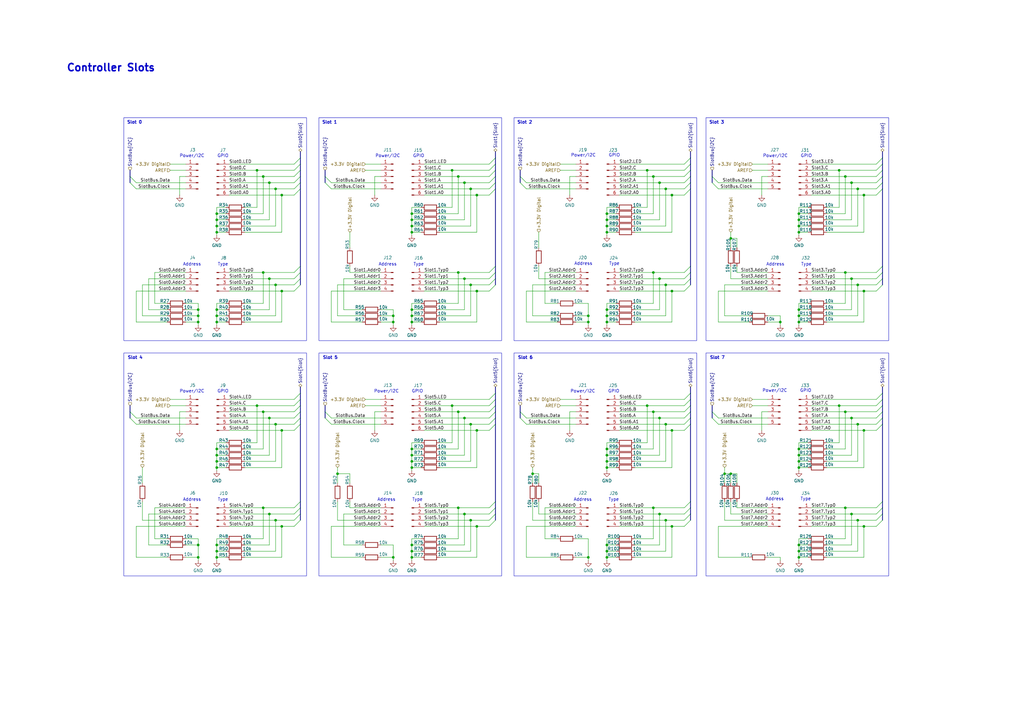
<source format=kicad_sch>
(kicad_sch (version 20250114) (generator "eeschema") (generator_version "9.0")
  (paper "A3")
  (title_block (title "Modular Music Controller / Sub-Board / Controller Slots") (date "2025-12-02") (rev "2") (company "Dennis Schulmeister-Zimolong"))
  (rectangle (start 50.8 144.78) (end 125.73 236.22))
  (rectangle (start 50.8 48.26) (end 125.73 139.7))
  (rectangle (start 289.56 48.26) (end 364.49 139.7))
  (rectangle (start 130.81 144.78) (end 205.74 236.22))
  (rectangle (start 210.82 48.26) (end 285.75 139.7))
  (rectangle (start 289.56 144.78) (end 364.49 236.22))
  (rectangle (start 130.81 48.26) (end 205.74 139.7))
  (rectangle (start 210.82 144.78) (end 285.75 236.22))
  (text "Type" (at 330.454 205.486 0) (effects (font (size 1.27 1.27)) (justify bottom)))
  (text "Power/I2C" (at 158.496 161.29 0) (effects (font (size 1.27 1.27)) (justify bottom)))
  (text "Power/I2C" (at 318.008 64.77 0) (effects (font (size 1.27 1.27)) (justify bottom)))
  (text "Address" (at 239.268 108.966 0) (effects (font (size 1.27 1.27)) (justify bottom)))
  (text "Type" (at 251.714 205.74 0) (effects (font (size 1.27 1.27)) (justify bottom)))
  (text "Slot 6" (at 212.344 146.05 0) (effects (font (size 1.27 1.27) (thickness 0.254) (bold yes)) (justify left top)))
  (text "Address" (at 78.74 109.22 0) (effects (font (size 1.27 1.27)) (justify bottom)))
  (text "GPIO" (at 330.708 64.77 0) (effects (font (size 1.27 1.27)) (justify bottom)))
  (text "Type" (at 91.44 205.74 0) (effects (font (size 1.27 1.27)) (justify bottom)))
  (text "GPIO" (at 91.44 161.29 0) (effects (font (size 1.27 1.27)) (justify bottom)))
  (text "Address" (at 159.004 109.22 0) (effects (font (size 1.27 1.27)) (justify bottom)))
  (text "Address" (at 239.014 205.74 0) (effects (font (size 1.27 1.27)) (justify bottom)))
  (text "Slot 0" (at 52.07 49.53 0) (effects (font (size 1.27 1.27) (thickness 0.254) (bold yes)) (justify left top)))
  (text "Slot 2" (at 212.09 49.53 0) (effects (font (size 1.27 1.27) (thickness 0.254) (bold yes)) (justify left top)))
  (text "Power/I2C" (at 239.268 64.516 0) (effects (font (size 1.27 1.27)) (justify bottom)))
  (text "Address" (at 318.008 109.22 0) (effects (font (size 1.27 1.27)) (justify bottom)))
  (text "Power/I2C" (at 78.74 64.77 0) (effects (font (size 1.27 1.27)) (justify bottom)))
  (text "Slot 4" (at 52.324 146.05 0) (effects (font (size 1.27 1.27) (thickness 0.254) (bold yes)) (justify left top)))
  (text "Controller Slots" (at 27.178 26.162 0) (effects (font (size 3 3) (thickness 0.6) (bold yes)) (justify left top)))
  (text "Power/I2C" (at 239.014 161.29 0) (effects (font (size 1.27 1.27)) (justify bottom)))
  (text "GPIO" (at 171.196 161.29 0) (effects (font (size 1.27 1.27)) (justify bottom)))
  (text "Address" (at 317.754 205.486 0) (effects (font (size 1.27 1.27)) (justify bottom)))
  (text "GPIO" (at 91.44 64.77 0) (effects (font (size 1.27 1.27)) (justify bottom)))
  (text "Power/I2C" (at 317.754 161.036 0) (effects (font (size 1.27 1.27)) (justify bottom)))
  (text "Slot 1" (at 132.08 49.53 0) (effects (font (size 1.27 1.27) (thickness 0.254) (bold yes)) (justify left top)))
  (text "Slot 3" (at 290.83 49.53 0) (effects (font (size 1.27 1.27) (thickness 0.254) (bold yes)) (justify left top)))
  (text "Slot 5" (at 132.334 146.05 0) (effects (font (size 1.27 1.27) (thickness 0.254) (bold yes)) (justify left top)))
  (text "Power/I2C" (at 78.74 161.29 0) (effects (font (size 1.27 1.27)) (justify bottom)))
  (text "Type" (at 330.708 109.22 0) (effects (font (size 1.27 1.27)) (justify bottom)))
  (text "Type" (at 171.704 109.22 0) (effects (font (size 1.27 1.27)) (justify bottom)))
  (text "GPIO" (at 251.714 161.29 0) (effects (font (size 1.27 1.27)) (justify bottom)))
  (text "Type" (at 171.196 205.74 0) (effects (font (size 1.27 1.27)) (justify bottom)))
  (text "Address" (at 78.74 205.74 0) (effects (font (size 1.27 1.27)) (justify bottom)))
  (text "Address" (at 158.496 205.74 0) (effects (font (size 1.27 1.27)) (justify bottom)))
  (text "GPIO" (at 330.454 161.036 0) (effects (font (size 1.27 1.27)) (justify bottom)))
  (text "GPIO" (at 251.968 64.516 0) (effects (font (size 1.27 1.27)) (justify bottom)))
  (text "Slot 7" (at 291.084 146.05 0) (effects (font (size 1.27 1.27) (thickness 0.254) (bold yes)) (justify left top)))
  (text "Type" (at 251.968 108.966 0) (effects (font (size 1.27 1.27)) (justify bottom)))
  (text "GPIO" (at 171.704 64.77 0) (effects (font (size 1.27 1.27)) (justify bottom)))
  (text "Type" (at 91.44 109.22 0) (effects (font (size 1.27 1.27)) (justify bottom)))
  (text "Power/I2C" (at 159.004 64.77 0) (effects (font (size 1.27 1.27)) (justify bottom)))
  (junction (at 113.03 116.84))
  (junction (at 138.43 194.31))
  (junction (at 270.51 171.45))
  (junction (at 113.03 213.36))
  (junction (at 161.29 129.54))
  (junction (at 187.96 168.91))
  (junction (at 187.96 72.39))
  (junction (at 275.59 80.01))
  (junction (at 88.9 186.69))
  (junction (at 195.58 215.9))
  (junction (at 88.9 228.6))
  (junction (at 270.51 74.93))
  (junction (at 193.04 77.47))
  (junction (at 110.49 210.82))
  (junction (at 248.92 127))
  (junction (at 354.33 215.9))
  (junction (at 88.9 95.25))
  (junction (at 88.9 226.06))
  (junction (at 267.97 72.39))
  (junction (at 327.66 90.17))
  (junction (at 168.91 184.15))
  (junction (at 354.33 176.53))
  (junction (at 299.72 97.79))
  (junction (at 168.91 132.08))
  (junction (at 270.51 210.82))
  (junction (at 81.28 132.08))
  (junction (at 193.04 213.36))
  (junction (at 349.25 210.82))
  (junction (at 88.9 191.77))
  (junction (at 273.05 173.99))
  (junction (at 190.5 210.82))
  (junction (at 88.9 129.54))
  (junction (at 88.9 184.15))
  (junction (at 351.79 173.99))
  (junction (at 193.04 116.84))
  (junction (at 81.28 223.52))
  (junction (at 88.9 189.23))
  (junction (at 248.92 223.52))
  (junction (at 110.49 171.45))
  (junction (at 88.9 127))
  (junction (at 351.79 116.84))
  (junction (at 168.91 95.25))
  (junction (at 248.92 90.17))
  (junction (at 88.9 90.17))
  (junction (at 81.28 129.54))
  (junction (at 195.58 119.38))
  (junction (at 168.91 189.23))
  (junction (at 344.17 69.85))
  (junction (at 265.43 166.37))
  (junction (at 168.91 228.6))
  (junction (at 275.59 176.53))
  (junction (at 327.66 132.08))
  (junction (at 168.91 90.17))
  (junction (at 241.3 228.6))
  (junction (at 297.18 194.31))
  (junction (at 190.5 74.93))
  (junction (at 107.95 72.39))
  (junction (at 187.96 111.76))
  (junction (at 168.91 186.69))
  (junction (at 190.5 171.45))
  (junction (at 193.04 173.99))
  (junction (at 327.66 226.06))
  (junction (at 267.97 208.28))
  (junction (at 327.66 223.52))
  (junction (at 349.25 74.93))
  (junction (at 168.91 127))
  (junction (at 195.58 80.01))
  (junction (at 248.92 186.69))
  (junction (at 273.05 77.47))
  (junction (at 346.71 111.76))
  (junction (at 88.9 87.63))
  (junction (at 327.66 95.25))
  (junction (at 248.92 228.6))
  (junction (at 275.59 119.38))
  (junction (at 115.57 176.53))
  (junction (at 113.03 77.47))
  (junction (at 351.79 213.36))
  (junction (at 273.05 213.36))
  (junction (at 346.71 168.91))
  (junction (at 327.66 228.6))
  (junction (at 105.41 166.37))
  (junction (at 354.33 80.01))
  (junction (at 168.91 129.54))
  (junction (at 275.59 215.9))
  (junction (at 88.9 92.71))
  (junction (at 168.91 92.71))
  (junction (at 190.5 114.3))
  (junction (at 273.05 116.84))
  (junction (at 248.92 87.63))
  (junction (at 241.3 132.08))
  (junction (at 107.95 168.91))
  (junction (at 241.3 129.54))
  (junction (at 248.92 129.54))
  (junction (at 168.91 223.52))
  (junction (at 161.29 228.6))
  (junction (at 218.44 194.31))
  (junction (at 327.66 129.54))
  (junction (at 265.43 69.85))
  (junction (at 81.28 127))
  (junction (at 161.29 132.08))
  (junction (at 349.25 114.3))
  (junction (at 81.28 228.6))
  (junction (at 88.9 132.08))
  (junction (at 115.57 215.9))
  (junction (at 88.9 223.52))
  (junction (at 248.92 226.06))
  (junction (at 327.66 186.69))
  (junction (at 185.42 166.37))
  (junction (at 327.66 189.23))
  (junction (at 327.66 184.15))
  (junction (at 115.57 119.38))
  (junction (at 115.57 80.01))
  (junction (at 248.92 95.25))
  (junction (at 354.33 119.38))
  (junction (at 168.91 191.77))
  (junction (at 107.95 111.76))
  (junction (at 344.17 166.37))
  (junction (at 107.95 208.28))
  (junction (at 105.41 69.85))
  (junction (at 270.51 114.3))
  (junction (at 327.66 191.77))
  (junction (at 320.04 132.08))
  (junction (at 168.91 87.63))
  (junction (at 349.25 171.45))
  (junction (at 248.92 191.77))
  (junction (at 113.03 173.99))
  (junction (at 248.92 184.15))
  (junction (at 267.97 168.91))
  (junction (at 299.72 194.31))
  (junction (at 327.66 92.71))
  (junction (at 267.97 111.76))
  (junction (at 195.58 176.53))
  (junction (at 351.79 77.47))
  (junction (at 327.66 87.63))
  (junction (at 168.91 226.06))
  (junction (at 187.96 208.28))
  (junction (at 185.42 69.85))
  (junction (at 346.71 208.28))
  (junction (at 327.66 127))
  (junction (at 110.49 74.93))
  (junction (at 346.71 72.39))
  (junction (at 248.92 189.23))
  (junction (at 110.49 114.3))
  (junction (at 248.92 132.08))
  (junction (at 248.92 92.71))
  (bus_entry (at 280.67 80.01) (size 2.54 -2.54))
  (bus_entry (at 120.65 80.01) (size 2.54 -2.54))
  (bus_entry (at 200.66 176.53) (size 2.54 -2.54))
  (bus_entry (at 200.66 163.83) (size 2.54 -2.54))
  (bus_entry (at 120.65 168.91) (size 2.54 -2.54))
  (bus_entry (at 120.65 210.82) (size 2.54 -2.54))
  (bus_entry (at 120.65 171.45) (size 2.54 -2.54))
  (bus_entry (at 213.36 74.93) (size 2.54 2.54))
  (bus_entry (at 280.67 163.83) (size 2.54 -2.54))
  (bus_entry (at 200.66 116.84) (size 2.54 -2.54))
  (bus_entry (at 280.67 213.36) (size 2.54 -2.54))
  (bus_entry (at 200.66 67.31) (size 2.54 -2.54))
  (bus_entry (at 200.66 208.28) (size 2.54 -2.54))
  (bus_entry (at 359.41 67.31) (size 2.54 -2.54))
  (bus_entry (at 200.66 114.3) (size 2.54 -2.54))
  (bus_entry (at 120.65 114.3) (size 2.54 -2.54))
  (bus_entry (at 120.65 77.47) (size 2.54 -2.54))
  (bus_entry (at 280.67 171.45) (size 2.54 -2.54))
  (bus_entry (at 120.65 119.38) (size 2.54 -2.54))
  (bus_entry (at 359.41 77.47) (size 2.54 -2.54))
  (bus_entry (at 292.1 74.93) (size 2.54 2.54))
  (bus_entry (at 200.66 171.45) (size 2.54 -2.54))
  (bus_entry (at 359.41 215.9) (size 2.54 -2.54))
  (bus_entry (at 359.41 119.38) (size 2.54 -2.54))
  (bus_entry (at 200.66 74.93) (size 2.54 -2.54))
  (bus_entry (at 292.1 171.45) (size 2.54 2.54))
  (bus_entry (at 359.41 168.91) (size 2.54 -2.54))
  (bus_entry (at 55.88 171.45) (size -2.54 -2.54))
  (bus_entry (at 280.67 210.82) (size 2.54 -2.54))
  (bus_entry (at 200.66 215.9) (size 2.54 -2.54))
  (bus_entry (at 280.67 111.76) (size 2.54 -2.54))
  (bus_entry (at 120.65 116.84) (size 2.54 -2.54))
  (bus_entry (at 280.67 72.39) (size 2.54 -2.54))
  (bus_entry (at 200.66 166.37) (size 2.54 -2.54))
  (bus_entry (at 215.9 74.93) (size -2.54 -2.54))
  (bus_entry (at 120.65 69.85) (size 2.54 -2.54))
  (bus_entry (at 359.41 69.85) (size 2.54 -2.54))
  (bus_entry (at 133.35 171.45) (size 2.54 2.54))
  (bus_entry (at 200.66 72.39) (size 2.54 -2.54))
  (bus_entry (at 359.41 176.53) (size 2.54 -2.54))
  (bus_entry (at 359.41 72.39) (size 2.54 -2.54))
  (bus_entry (at 359.41 173.99) (size 2.54 -2.54))
  (bus_entry (at 120.65 213.36) (size 2.54 -2.54))
  (bus_entry (at 280.67 176.53) (size 2.54 -2.54))
  (bus_entry (at 120.65 215.9) (size 2.54 -2.54))
  (bus_entry (at 280.67 173.99) (size 2.54 -2.54))
  (bus_entry (at 120.65 72.39) (size 2.54 -2.54))
  (bus_entry (at 359.41 111.76) (size 2.54 -2.54))
  (bus_entry (at 120.65 163.83) (size 2.54 -2.54))
  (bus_entry (at 359.41 80.01) (size 2.54 -2.54))
  (bus_entry (at 280.67 74.93) (size 2.54 -2.54))
  (bus_entry (at 55.88 74.93) (size -2.54 -2.54))
  (bus_entry (at 280.67 166.37) (size 2.54 -2.54))
  (bus_entry (at 135.89 171.45) (size -2.54 -2.54))
  (bus_entry (at 280.67 77.47) (size 2.54 -2.54))
  (bus_entry (at 359.41 208.28) (size 2.54 -2.54))
  (bus_entry (at 200.66 173.99) (size 2.54 -2.54))
  (bus_entry (at 280.67 69.85) (size 2.54 -2.54))
  (bus_entry (at 359.41 163.83) (size 2.54 -2.54))
  (bus_entry (at 120.65 176.53) (size 2.54 -2.54))
  (bus_entry (at 359.41 210.82) (size 2.54 -2.54))
  (bus_entry (at 213.36 171.45) (size 2.54 2.54))
  (bus_entry (at 359.41 116.84) (size 2.54 -2.54))
  (bus_entry (at 294.64 74.93) (size -2.54 -2.54))
  (bus_entry (at 280.67 119.38) (size 2.54 -2.54))
  (bus_entry (at 200.66 111.76) (size 2.54 -2.54))
  (bus_entry (at 280.67 114.3) (size 2.54 -2.54))
  (bus_entry (at 280.67 208.28) (size 2.54 -2.54))
  (bus_entry (at 200.66 168.91) (size 2.54 -2.54))
  (bus_entry (at 359.41 213.36) (size 2.54 -2.54))
  (bus_entry (at 280.67 116.84) (size 2.54 -2.54))
  (bus_entry (at 200.66 119.38) (size 2.54 -2.54))
  (bus_entry (at 359.41 171.45) (size 2.54 -2.54))
  (bus_entry (at 359.41 166.37) (size 2.54 -2.54))
  (bus_entry (at 120.65 111.76) (size 2.54 -2.54))
  (bus_entry (at 135.89 74.93) (size -2.54 -2.54))
  (bus_entry (at 294.64 171.45) (size -2.54 -2.54))
  (bus_entry (at 200.66 80.01) (size 2.54 -2.54))
  (bus_entry (at 53.34 74.93) (size 2.54 2.54))
  (bus_entry (at 280.67 67.31) (size 2.54 -2.54))
  (bus_entry (at 200.66 69.85) (size 2.54 -2.54))
  (bus_entry (at 280.67 215.9) (size 2.54 -2.54))
  (bus_entry (at 280.67 168.91) (size 2.54 -2.54))
  (bus_entry (at 120.65 67.31) (size 2.54 -2.54))
  (bus_entry (at 215.9 171.45) (size -2.54 -2.54))
  (bus_entry (at 53.34 171.45) (size 2.54 2.54))
  (bus_entry (at 133.35 74.93) (size 2.54 2.54))
  (bus_entry (at 200.66 77.47) (size 2.54 -2.54))
  (bus_entry (at 120.65 166.37) (size 2.54 -2.54))
  (bus_entry (at 120.65 208.28) (size 2.54 -2.54))
  (bus_entry (at 120.65 173.99) (size 2.54 -2.54))
  (bus_entry (at 359.41 74.93) (size 2.54 -2.54))
  (bus_entry (at 200.66 210.82) (size 2.54 -2.54))
  (bus_entry (at 120.65 74.93) (size 2.54 -2.54))
  (bus_entry (at 200.66 213.36) (size 2.54 -2.54))
  (bus_entry (at 359.41 114.3) (size 2.54 -2.54))
  (bus (pts (xy 213.36 69.85) (xy 213.36 72.39)))
  (wire (pts (xy 88.9 186.69) (xy 88.9 189.23)))
  (wire (pts (xy 254 80.01) (xy 275.59 80.01)))
  (wire (pts (xy 327.66 129.54) (xy 327.66 132.08)))
  (wire (pts (xy 55.88 74.93) (xy 76.2 74.93)))
  (wire (pts (xy 299.72 194.31) (xy 297.18 194.31)))
  (wire (pts (xy 58.42 191.77) (xy 58.42 198.12)))
  (wire (pts (xy 294.64 171.45) (xy 314.96 171.45)))
  (bus (pts (xy 53.34 166.37) (xy 53.34 168.91)))
  (wire (pts (xy 60.96 223.52) (xy 60.96 210.82)))
  (wire (pts (xy 190.5 74.93) (xy 200.66 74.93)))
  (wire (pts (xy 252.73 220.98) (xy 248.92 220.98)))
  (wire (pts (xy 254 119.38) (xy 275.59 119.38)))
  (wire (pts (xy 135.89 77.47) (xy 156.21 77.47)))
  (wire (pts (xy 215.9 77.47) (xy 236.22 77.47)))
  (bus (pts (xy 283.21 210.82) (xy 283.21 213.36)))
  (wire (pts (xy 260.35 87.63) (xy 267.97 87.63)))
  (wire (pts (xy 113.03 213.36) (xy 120.65 213.36)))
  (wire (pts (xy 331.47 220.98) (xy 327.66 220.98)))
  (wire (pts (xy 135.89 132.08) (xy 135.89 119.38)))
  (wire (pts (xy 351.79 116.84) (xy 351.79 129.54)))
  (wire (pts (xy 339.09 124.46) (xy 346.71 124.46)))
  (wire (pts (xy 88.9 226.06) (xy 88.9 228.6)))
  (wire (pts (xy 218.44 129.54) (xy 218.44 116.84)))
  (wire (pts (xy 346.71 124.46) (xy 346.71 111.76)))
  (bus (pts (xy 361.95 166.37) (xy 361.95 168.91)))
  (bus (pts (xy 361.95 171.45) (xy 361.95 173.99)))
  (wire (pts (xy 100.33 189.23) (xy 113.03 189.23)))
  (wire (pts (xy 270.51 74.93) (xy 280.67 74.93)))
  (wire (pts (xy 339.09 132.08) (xy 354.33 132.08)))
  (wire (pts (xy 220.98 95.25) (xy 220.98 101.6)))
  (wire (pts (xy 153.67 72.39) (xy 153.67 80.01)))
  (bus (pts (xy 53.34 72.39) (xy 53.34 74.93)))
  (wire (pts (xy 110.49 114.3) (xy 120.65 114.3)))
  (wire (pts (xy 302.26 97.79) (xy 299.72 97.79)))
  (wire (pts (xy 156.21 111.76) (xy 143.51 111.76)))
  (wire (pts (xy 270.51 210.82) (xy 280.67 210.82)))
  (wire (pts (xy 273.05 116.84) (xy 280.67 116.84)))
  (bus (pts (xy 123.19 111.76) (xy 123.19 114.3)))
  (wire (pts (xy 180.34 223.52) (xy 190.5 223.52)))
  (wire (pts (xy 297.18 205.74) (xy 297.18 213.36)))
  (wire (pts (xy 135.89 171.45) (xy 156.21 171.45)))
  (bus (pts (xy 203.2 163.83) (xy 203.2 166.37)))
  (wire (pts (xy 193.04 77.47) (xy 200.66 77.47)))
  (wire (pts (xy 187.96 220.98) (xy 187.96 208.28)))
  (wire (pts (xy 180.34 191.77) (xy 195.58 191.77)))
  (wire (pts (xy 248.92 226.06) (xy 252.73 226.06)))
  (wire (pts (xy 248.92 124.46) (xy 248.92 127)))
  (wire (pts (xy 228.6 228.6) (xy 215.9 228.6)))
  (wire (pts (xy 55.88 215.9) (xy 76.2 215.9)))
  (wire (pts (xy 327.66 186.69) (xy 331.47 186.69)))
  (wire (pts (xy 294.64 119.38) (xy 314.96 119.38)))
  (bus (pts (xy 203.2 208.28) (xy 203.2 210.82)))
  (bus (pts (xy 283.21 173.99) (xy 283.21 205.74)))
  (wire (pts (xy 92.71 124.46) (xy 88.9 124.46)))
  (wire (pts (xy 294.64 74.93) (xy 314.96 74.93)))
  (wire (pts (xy 138.43 213.36) (xy 156.21 213.36)))
  (bus (pts (xy 203.2 173.99) (xy 203.2 205.74)))
  (wire (pts (xy 135.89 119.38) (xy 156.21 119.38)))
  (wire (pts (xy 248.92 87.63) (xy 248.92 90.17)))
  (wire (pts (xy 110.49 210.82) (xy 110.49 223.52)))
  (wire (pts (xy 173.99 166.37) (xy 185.42 166.37)))
  (wire (pts (xy 327.66 223.52) (xy 331.47 223.52)))
  (wire (pts (xy 172.72 85.09) (xy 168.91 85.09)))
  (wire (pts (xy 88.9 85.09) (xy 88.9 87.63)))
  (wire (pts (xy 190.5 114.3) (xy 200.66 114.3)))
  (wire (pts (xy 254 111.76) (xy 267.97 111.76)))
  (wire (pts (xy 173.99 210.82) (xy 190.5 210.82)))
  (wire (pts (xy 327.66 220.98) (xy 327.66 223.52)))
  (wire (pts (xy 228.6 220.98) (xy 223.52 220.98)))
  (wire (pts (xy 69.85 67.31) (xy 76.2 67.31)))
  (wire (pts (xy 187.96 184.15) (xy 187.96 168.91)))
  (wire (pts (xy 180.34 85.09) (xy 185.42 85.09)))
  (wire (pts (xy 190.5 210.82) (xy 190.5 223.52)))
  (wire (pts (xy 297.18 198.12) (xy 297.18 194.31)))
  (wire (pts (xy 107.95 72.39) (xy 120.65 72.39)))
  (wire (pts (xy 172.72 132.08) (xy 168.91 132.08)))
  (bus (pts (xy 283.21 161.29) (xy 283.21 163.83)))
  (bus (pts (xy 123.19 163.83) (xy 123.19 166.37)))
  (wire (pts (xy 148.59 127) (xy 140.97 127)))
  (wire (pts (xy 115.57 215.9) (xy 115.57 228.6)))
  (wire (pts (xy 275.59 119.38) (xy 280.67 119.38)))
  (wire (pts (xy 307.34 228.6) (xy 294.64 228.6)))
  (wire (pts (xy 332.74 116.84) (xy 351.79 116.84)))
  (bus (pts (xy 361.95 210.82) (xy 361.95 213.36)))
  (wire (pts (xy 254 173.99) (xy 273.05 173.99)))
  (wire (pts (xy 168.91 228.6) (xy 168.91 229.87)))
  (wire (pts (xy 320.04 132.08) (xy 320.04 133.35)))
  (wire (pts (xy 248.92 184.15) (xy 248.92 186.69)))
  (wire (pts (xy 215.9 215.9) (xy 236.22 215.9)))
  (wire (pts (xy 135.89 228.6) (xy 135.89 215.9)))
  (bus (pts (xy 123.19 171.45) (xy 123.19 173.99)))
  (wire (pts (xy 332.74 80.01) (xy 354.33 80.01)))
  (wire (pts (xy 115.57 119.38) (xy 120.65 119.38)))
  (wire (pts (xy 270.51 90.17) (xy 270.51 74.93)))
  (wire (pts (xy 168.91 127) (xy 172.72 127)))
  (wire (pts (xy 351.79 213.36) (xy 351.79 226.06)))
  (bus (pts (xy 283.21 111.76) (xy 283.21 114.3)))
  (wire (pts (xy 236.22 228.6) (xy 241.3 228.6)))
  (bus (pts (xy 123.19 168.91) (xy 123.19 171.45)))
  (wire (pts (xy 299.72 205.74) (xy 299.72 210.82)))
  (wire (pts (xy 215.9 173.99) (xy 236.22 173.99)))
  (wire (pts (xy 105.41 69.85) (xy 120.65 69.85)))
  (wire (pts (xy 273.05 92.71) (xy 273.05 77.47)))
  (wire (pts (xy 220.98 198.12) (xy 220.98 194.31)))
  (bus (pts (xy 283.21 158.75) (xy 283.21 161.29)))
  (wire (pts (xy 349.25 186.69) (xy 349.25 171.45)))
  (wire (pts (xy 346.71 111.76) (xy 359.41 111.76)))
  (wire (pts (xy 88.9 132.08) (xy 88.9 133.35)))
  (wire (pts (xy 173.99 163.83) (xy 200.66 163.83)))
  (wire (pts (xy 308.61 163.83) (xy 314.96 163.83)))
  (wire (pts (xy 88.9 191.77) (xy 92.71 191.77)))
  (wire (pts (xy 294.64 215.9) (xy 314.96 215.9)))
  (wire (pts (xy 332.74 213.36) (xy 351.79 213.36)))
  (wire (pts (xy 185.42 69.85) (xy 200.66 69.85)))
  (bus (pts (xy 283.21 72.39) (xy 283.21 74.93)))
  (bus (pts (xy 361.95 74.93) (xy 361.95 77.47)))
  (wire (pts (xy 254 114.3) (xy 270.51 114.3)))
  (wire (pts (xy 93.98 171.45) (xy 110.49 171.45)))
  (wire (pts (xy 55.88 228.6) (xy 55.88 215.9)))
  (wire (pts (xy 88.9 223.52) (xy 92.71 223.52)))
  (bus (pts (xy 123.19 208.28) (xy 123.19 210.82)))
  (wire (pts (xy 332.74 74.93) (xy 349.25 74.93)))
  (bus (pts (xy 203.2 168.91) (xy 203.2 171.45)))
  (wire (pts (xy 327.66 191.77) (xy 327.66 193.04)))
  (wire (pts (xy 236.22 124.46) (xy 241.3 124.46)))
  (wire (pts (xy 327.66 186.69) (xy 327.66 189.23)))
  (wire (pts (xy 93.98 111.76) (xy 107.95 111.76)))
  (wire (pts (xy 93.98 168.91) (xy 107.95 168.91)))
  (bus (pts (xy 123.19 109.22) (xy 123.19 111.76)))
  (bus (pts (xy 283.21 208.28) (xy 283.21 210.82)))
  (wire (pts (xy 193.04 92.71) (xy 193.04 77.47)))
  (wire (pts (xy 327.66 132.08) (xy 327.66 133.35)))
  (wire (pts (xy 349.25 171.45) (xy 359.41 171.45)))
  (wire (pts (xy 93.98 166.37) (xy 105.41 166.37)))
  (wire (pts (xy 254 176.53) (xy 275.59 176.53)))
  (bus (pts (xy 361.95 111.76) (xy 361.95 114.3)))
  (bus (pts (xy 361.95 163.83) (xy 361.95 166.37)))
  (wire (pts (xy 339.09 186.69) (xy 349.25 186.69)))
  (wire (pts (xy 168.91 186.69) (xy 172.72 186.69)))
  (wire (pts (xy 252.73 92.71) (xy 248.92 92.71)))
  (wire (pts (xy 275.59 215.9) (xy 280.67 215.9)))
  (wire (pts (xy 241.3 220.98) (xy 241.3 228.6)))
  (wire (pts (xy 254 69.85) (xy 265.43 69.85)))
  (wire (pts (xy 100.33 87.63) (xy 107.95 87.63)))
  (wire (pts (xy 55.88 173.99) (xy 76.2 173.99)))
  (bus (pts (xy 283.21 109.22) (xy 283.21 111.76)))
  (wire (pts (xy 173.99 72.39) (xy 187.96 72.39)))
  (wire (pts (xy 92.71 228.6) (xy 88.9 228.6)))
  (wire (pts (xy 260.35 92.71) (xy 273.05 92.71)))
  (bus (pts (xy 283.21 64.77) (xy 283.21 67.31)))
  (wire (pts (xy 172.72 228.6) (xy 168.91 228.6)))
  (wire (pts (xy 327.66 124.46) (xy 327.66 127)))
  (bus (pts (xy 213.36 168.91) (xy 213.36 171.45)))
  (bus (pts (xy 283.21 62.23) (xy 283.21 64.77)))
  (wire (pts (xy 110.49 210.82) (xy 120.65 210.82)))
  (wire (pts (xy 223.52 208.28) (xy 236.22 208.28)))
  (wire (pts (xy 149.86 67.31) (xy 156.21 67.31)))
  (bus (pts (xy 361.95 72.39) (xy 361.95 74.93)))
  (wire (pts (xy 332.74 168.91) (xy 346.71 168.91)))
  (wire (pts (xy 180.34 189.23) (xy 193.04 189.23)))
  (wire (pts (xy 100.33 181.61) (xy 105.41 181.61)))
  (wire (pts (xy 302.26 194.31) (xy 299.72 194.31)))
  (bus (pts (xy 361.95 205.74) (xy 361.95 208.28)))
  (wire (pts (xy 215.9 228.6) (xy 215.9 215.9)))
  (wire (pts (xy 327.66 129.54) (xy 331.47 129.54)))
  (wire (pts (xy 248.92 228.6) (xy 248.92 229.87)))
  (wire (pts (xy 270.51 114.3) (xy 280.67 114.3)))
  (wire (pts (xy 173.99 69.85) (xy 185.42 69.85)))
  (wire (pts (xy 100.33 129.54) (xy 113.03 129.54)))
  (wire (pts (xy 93.98 116.84) (xy 113.03 116.84)))
  (wire (pts (xy 185.42 166.37) (xy 200.66 166.37)))
  (wire (pts (xy 195.58 191.77) (xy 195.58 176.53)))
  (wire (pts (xy 115.57 119.38) (xy 115.57 132.08)))
  (wire (pts (xy 195.58 80.01) (xy 200.66 80.01)))
  (bus (pts (xy 361.95 158.75) (xy 361.95 161.29)))
  (wire (pts (xy 267.97 168.91) (xy 280.67 168.91)))
  (wire (pts (xy 339.09 226.06) (xy 351.79 226.06)))
  (wire (pts (xy 143.51 205.74) (xy 143.51 208.28)))
  (wire (pts (xy 260.35 226.06) (xy 273.05 226.06)))
  (wire (pts (xy 172.72 220.98) (xy 168.91 220.98)))
  (wire (pts (xy 58.42 205.74) (xy 58.42 213.36)))
  (wire (pts (xy 115.57 95.25) (xy 115.57 80.01)))
  (wire (pts (xy 307.34 129.54) (xy 297.18 129.54)))
  (wire (pts (xy 68.58 127) (xy 60.96 127)))
  (wire (pts (xy 312.42 168.91) (xy 312.42 176.53)))
  (wire (pts (xy 267.97 184.15) (xy 267.97 168.91)))
  (wire (pts (xy 236.22 72.39) (xy 233.68 72.39)))
  (wire (pts (xy 248.92 189.23) (xy 248.92 191.77)))
  (wire (pts (xy 273.05 77.47) (xy 280.67 77.47)))
  (wire (pts (xy 344.17 166.37) (xy 359.41 166.37)))
  (wire (pts (xy 168.91 184.15) (xy 168.91 186.69)))
  (wire (pts (xy 346.71 72.39) (xy 359.41 72.39)))
  (wire (pts (xy 346.71 220.98) (xy 346.71 208.28)))
  (wire (pts (xy 168.91 90.17) (xy 168.91 92.71)))
  (wire (pts (xy 81.28 127) (xy 81.28 129.54)))
  (wire (pts (xy 149.86 166.37) (xy 156.21 166.37)))
  (bus (pts (xy 203.2 166.37) (xy 203.2 168.91)))
  (wire (pts (xy 172.72 189.23) (xy 168.91 189.23)))
  (wire (pts (xy 113.03 189.23) (xy 113.03 173.99)))
  (wire (pts (xy 113.03 77.47) (xy 120.65 77.47)))
  (wire (pts (xy 63.5 111.76) (xy 76.2 111.76)))
  (wire (pts (xy 93.98 69.85) (xy 105.41 69.85)))
  (wire (pts (xy 168.91 220.98) (xy 168.91 223.52)))
  (wire (pts (xy 260.35 132.08) (xy 275.59 132.08)))
  (wire (pts (xy 273.05 213.36) (xy 273.05 226.06)))
  (wire (pts (xy 148.59 228.6) (xy 135.89 228.6)))
  (bus (pts (xy 123.19 69.85) (xy 123.19 72.39)))
  (wire (pts (xy 248.92 132.08) (xy 248.92 133.35)))
  (wire (pts (xy 275.59 119.38) (xy 275.59 132.08)))
  (wire (pts (xy 138.43 205.74) (xy 138.43 213.36)))
  (bus (pts (xy 123.19 161.29) (xy 123.19 163.83)))
  (wire (pts (xy 220.98 194.31) (xy 218.44 194.31)))
  (wire (pts (xy 327.66 191.77) (xy 331.47 191.77)))
  (wire (pts (xy 267.97 208.28) (xy 267.97 220.98)))
  (wire (pts (xy 68.58 223.52) (xy 60.96 223.52)))
  (wire (pts (xy 88.9 127) (xy 88.9 129.54)))
  (wire (pts (xy 100.33 132.08) (xy 115.57 132.08)))
  (wire (pts (xy 81.28 223.52) (xy 81.28 228.6)))
  (wire (pts (xy 168.91 124.46) (xy 168.91 127)))
  (wire (pts (xy 346.71 184.15) (xy 346.71 168.91)))
  (wire (pts (xy 349.25 114.3) (xy 359.41 114.3)))
  (wire (pts (xy 168.91 132.08) (xy 168.91 133.35)))
  (wire (pts (xy 354.33 176.53) (xy 359.41 176.53)))
  (wire (pts (xy 180.34 220.98) (xy 187.96 220.98)))
  (wire (pts (xy 254 116.84) (xy 273.05 116.84)))
  (bus (pts (xy 203.2 109.22) (xy 203.2 111.76)))
  (wire (pts (xy 327.66 127) (xy 331.47 127)))
  (wire (pts (xy 88.9 191.77) (xy 88.9 193.04)))
  (wire (pts (xy 107.95 111.76) (xy 120.65 111.76)))
  (wire (pts (xy 193.04 173.99) (xy 200.66 173.99)))
  (wire (pts (xy 344.17 69.85) (xy 359.41 69.85)))
  (wire (pts (xy 327.66 90.17) (xy 331.47 90.17)))
  (wire (pts (xy 180.34 87.63) (xy 187.96 87.63)))
  (bus (pts (xy 203.2 111.76) (xy 203.2 114.3)))
  (bus (pts (xy 292.1 72.39) (xy 292.1 74.93)))
  (wire (pts (xy 58.42 129.54) (xy 58.42 116.84)))
  (wire (pts (xy 267.97 124.46) (xy 267.97 111.76)))
  (wire (pts (xy 339.09 189.23) (xy 351.79 189.23)))
  (wire (pts (xy 270.51 210.82) (xy 270.51 223.52)))
  (wire (pts (xy 354.33 80.01) (xy 359.41 80.01)))
  (wire (pts (xy 248.92 90.17) (xy 252.73 90.17)))
  (wire (pts (xy 193.04 116.84) (xy 200.66 116.84)))
  (wire (pts (xy 135.89 215.9) (xy 156.21 215.9)))
  (wire (pts (xy 331.47 189.23) (xy 327.66 189.23)))
  (wire (pts (xy 327.66 181.61) (xy 327.66 184.15)))
  (wire (pts (xy 302.26 111.76) (xy 302.26 109.22)))
  (wire (pts (xy 100.33 223.52) (xy 110.49 223.52)))
  (wire (pts (xy 180.34 132.08) (xy 195.58 132.08)))
  (wire (pts (xy 248.92 85.09) (xy 248.92 87.63)))
  (wire (pts (xy 88.9 220.98) (xy 88.9 223.52)))
  (wire (pts (xy 327.66 90.17) (xy 327.66 92.71)))
  (wire (pts (xy 260.35 95.25) (xy 275.59 95.25)))
  (wire (pts (xy 354.33 191.77) (xy 354.33 176.53)))
  (bus (pts (xy 213.36 72.39) (xy 213.36 74.93)))
  (wire (pts (xy 180.34 127) (xy 190.5 127)))
  (wire (pts (xy 260.35 127) (xy 270.51 127)))
  (wire (pts (xy 161.29 127) (xy 161.29 129.54)))
  (wire (pts (xy 308.61 69.85) (xy 314.96 69.85)))
  (wire (pts (xy 168.91 129.54) (xy 172.72 129.54)))
  (wire (pts (xy 138.43 194.31) (xy 143.51 194.31)))
  (wire (pts (xy 93.98 77.47) (xy 113.03 77.47)))
  (wire (pts (xy 302.26 208.28) (xy 314.96 208.28)))
  (bus (pts (xy 283.21 171.45) (xy 283.21 173.99)))
  (wire (pts (xy 195.58 119.38) (xy 195.58 132.08)))
  (wire (pts (xy 346.71 208.28) (xy 359.41 208.28)))
  (wire (pts (xy 88.9 129.54) (xy 92.71 129.54)))
  (bus (pts (xy 213.36 166.37) (xy 213.36 168.91)))
  (wire (pts (xy 156.21 129.54) (xy 161.29 129.54)))
  (wire (pts (xy 168.91 191.77) (xy 168.91 193.04)))
  (wire (pts (xy 314.96 114.3) (xy 299.72 114.3)))
  (wire (pts (xy 100.33 124.46) (xy 107.95 124.46)))
  (wire (pts (xy 113.03 116.84) (xy 120.65 116.84)))
  (wire (pts (xy 260.35 189.23) (xy 273.05 189.23)))
  (wire (pts (xy 93.98 210.82) (xy 110.49 210.82)))
  (wire (pts (xy 260.35 181.61) (xy 265.43 181.61)))
  (wire (pts (xy 254 163.83) (xy 280.67 163.83)))
  (wire (pts (xy 148.59 129.54) (xy 138.43 129.54)))
  (wire (pts (xy 215.9 119.38) (xy 236.22 119.38)))
  (wire (pts (xy 161.29 129.54) (xy 161.29 132.08)))
  (wire (pts (xy 344.17 181.61) (xy 344.17 166.37)))
  (wire (pts (xy 173.99 215.9) (xy 195.58 215.9)))
  (wire (pts (xy 193.04 213.36) (xy 193.04 226.06)))
  (wire (pts (xy 107.95 168.91) (xy 120.65 168.91)))
  (wire (pts (xy 173.99 77.47) (xy 193.04 77.47)))
  (wire (pts (xy 195.58 215.9) (xy 195.58 228.6)))
  (wire (pts (xy 173.99 111.76) (xy 187.96 111.76)))
  (bus (pts (xy 283.21 77.47) (xy 283.21 109.22)))
  (wire (pts (xy 260.35 184.15) (xy 267.97 184.15)))
  (wire (pts (xy 332.74 72.39) (xy 346.71 72.39)))
  (wire (pts (xy 100.33 95.25) (xy 115.57 95.25)))
  (wire (pts (xy 351.79 173.99) (xy 359.41 173.99)))
  (wire (pts (xy 275.59 95.25) (xy 275.59 80.01)))
  (wire (pts (xy 60.96 127) (xy 60.96 114.3)))
  (wire (pts (xy 275.59 176.53) (xy 280.67 176.53)))
  (wire (pts (xy 73.66 72.39) (xy 73.66 80.01)))
  (bus (pts (xy 361.95 173.99) (xy 361.95 205.74)))
  (wire (pts (xy 88.9 181.61) (xy 88.9 184.15)))
  (wire (pts (xy 327.66 95.25) (xy 331.47 95.25)))
  (wire (pts (xy 332.74 67.31) (xy 359.41 67.31)))
  (wire (pts (xy 248.92 129.54) (xy 248.92 132.08)))
  (wire (pts (xy 88.9 90.17) (xy 88.9 92.71)))
  (wire (pts (xy 327.66 127) (xy 327.66 129.54)))
  (wire (pts (xy 156.21 223.52) (xy 161.29 223.52)))
  (wire (pts (xy 105.41 166.37) (xy 120.65 166.37)))
  (wire (pts (xy 265.43 85.09) (xy 265.43 69.85)))
  (wire (pts (xy 168.91 181.61) (xy 168.91 184.15)))
  (wire (pts (xy 113.03 173.99) (xy 120.65 173.99)))
  (wire (pts (xy 140.97 210.82) (xy 156.21 210.82)))
  (wire (pts (xy 93.98 173.99) (xy 113.03 173.99)))
  (wire (pts (xy 327.66 87.63) (xy 327.66 90.17)))
  (wire (pts (xy 307.34 132.08) (xy 294.64 132.08)))
  (wire (pts (xy 260.35 129.54) (xy 273.05 129.54)))
  (wire (pts (xy 153.67 168.91) (xy 153.67 176.53)))
  (wire (pts (xy 180.34 226.06) (xy 193.04 226.06)))
  (bus (pts (xy 133.35 168.91) (xy 133.35 171.45)))
  (wire (pts (xy 339.09 220.98) (xy 346.71 220.98)))
  (bus (pts (xy 292.1 69.85) (xy 292.1 72.39)))
  (wire (pts (xy 81.28 129.54) (xy 81.28 132.08)))
  (wire (pts (xy 254 168.91) (xy 267.97 168.91)))
  (wire (pts (xy 308.61 67.31) (xy 314.96 67.31)))
  (wire (pts (xy 173.99 119.38) (xy 195.58 119.38)))
  (wire (pts (xy 156.21 168.91) (xy 153.67 168.91)))
  (wire (pts (xy 93.98 80.01) (xy 115.57 80.01)))
  (wire (pts (xy 248.92 87.63) (xy 252.73 87.63)))
  (wire (pts (xy 161.29 132.08) (xy 161.29 133.35)))
  (wire (pts (xy 140.97 223.52) (xy 140.97 210.82)))
  (bus (pts (xy 53.34 69.85) (xy 53.34 72.39)))
  (wire (pts (xy 113.03 213.36) (xy 113.03 226.06)))
  (wire (pts (xy 349.25 210.82) (xy 349.25 223.52)))
  (wire (pts (xy 327.66 87.63) (xy 331.47 87.63)))
  (wire (pts (xy 107.95 184.15) (xy 107.95 168.91)))
  (bus (pts (xy 133.35 166.37) (xy 133.35 168.91)))
  (wire (pts (xy 248.92 127) (xy 252.73 127)))
  (wire (pts (xy 55.88 171.45) (xy 76.2 171.45)))
  (wire (pts (xy 88.9 95.25) (xy 92.71 95.25)))
  (wire (pts (xy 100.33 184.15) (xy 107.95 184.15)))
  (wire (pts (xy 254 213.36) (xy 273.05 213.36)))
  (wire (pts (xy 302.26 205.74) (xy 302.26 208.28)))
  (wire (pts (xy 110.49 74.93) (xy 120.65 74.93)))
  (wire (pts (xy 354.33 95.25) (xy 354.33 80.01)))
  (wire (pts (xy 185.42 181.61) (xy 185.42 166.37)))
  (wire (pts (xy 63.5 220.98) (xy 63.5 208.28)))
  (wire (pts (xy 92.71 220.98) (xy 88.9 220.98)))
  (wire (pts (xy 327.66 223.52) (xy 327.66 226.06)))
  (wire (pts (xy 76.2 127) (xy 81.28 127)))
  (wire (pts (xy 254 67.31) (xy 280.67 67.31)))
  (wire (pts (xy 302.26 101.6) (xy 302.26 97.79)))
  (wire (pts (xy 100.33 226.06) (xy 113.03 226.06)))
  (wire (pts (xy 73.66 168.91) (xy 73.66 176.53)))
  (wire (pts (xy 254 171.45) (xy 270.51 171.45)))
  (wire (pts (xy 173.99 208.28) (xy 187.96 208.28)))
  (bus (pts (xy 283.21 69.85) (xy 283.21 72.39)))
  (wire (pts (xy 332.74 166.37) (xy 344.17 166.37)))
  (wire (pts (xy 275.59 80.01) (xy 280.67 80.01)))
  (wire (pts (xy 228.6 132.08) (xy 215.9 132.08)))
  (wire (pts (xy 180.34 129.54) (xy 193.04 129.54)))
  (wire (pts (xy 327.66 228.6) (xy 327.66 229.87)))
  (wire (pts (xy 314.96 72.39) (xy 312.42 72.39)))
  (bus (pts (xy 123.19 205.74) (xy 123.19 208.28)))
  (wire (pts (xy 168.91 90.17) (xy 172.72 90.17)))
  (bus (pts (xy 203.2 205.74) (xy 203.2 208.28)))
  (bus (pts (xy 203.2 171.45) (xy 203.2 173.99)))
  (wire (pts (xy 60.96 210.82) (xy 76.2 210.82)))
  (wire (pts (xy 168.91 186.69) (xy 168.91 189.23)))
  (wire (pts (xy 88.9 129.54) (xy 88.9 132.08)))
  (bus (pts (xy 203.2 114.3) (xy 203.2 116.84)))
  (wire (pts (xy 327.66 92.71) (xy 327.66 95.25)))
  (wire (pts (xy 220.98 114.3) (xy 236.22 114.3)))
  (wire (pts (xy 294.64 228.6) (xy 294.64 215.9)))
  (wire (pts (xy 88.9 127) (xy 92.71 127)))
  (wire (pts (xy 173.99 168.91) (xy 187.96 168.91)))
  (wire (pts (xy 88.9 186.69) (xy 92.71 186.69)))
  (wire (pts (xy 260.35 228.6) (xy 275.59 228.6)))
  (wire (pts (xy 220.98 109.22) (xy 220.98 114.3)))
  (wire (pts (xy 223.52 220.98) (xy 223.52 208.28)))
  (wire (pts (xy 332.74 176.53) (xy 354.33 176.53)))
  (wire (pts (xy 81.28 132.08) (xy 81.28 133.35)))
  (wire (pts (xy 331.47 181.61) (xy 327.66 181.61)))
  (wire (pts (xy 297.18 129.54) (xy 297.18 116.84)))
  (wire (pts (xy 248.92 226.06) (xy 248.92 228.6)))
  (wire (pts (xy 156.21 72.39) (xy 153.67 72.39)))
  (bus (pts (xy 361.95 161.29) (xy 361.95 163.83)))
  (wire (pts (xy 195.58 215.9) (xy 200.66 215.9)))
  (wire (pts (xy 88.9 228.6) (xy 88.9 229.87)))
  (wire (pts (xy 248.92 186.69) (xy 248.92 189.23)))
  (wire (pts (xy 218.44 191.77) (xy 218.44 194.31)))
  (wire (pts (xy 299.72 114.3) (xy 299.72 109.22)))
  (wire (pts (xy 173.99 171.45) (xy 190.5 171.45)))
  (wire (pts (xy 93.98 213.36) (xy 113.03 213.36)))
  (wire (pts (xy 187.96 168.91) (xy 200.66 168.91)))
  (wire (pts (xy 93.98 119.38) (xy 115.57 119.38)))
  (wire (pts (xy 88.9 184.15) (xy 92.71 184.15)))
  (wire (pts (xy 113.03 116.84) (xy 113.03 129.54)))
  (wire (pts (xy 248.92 92.71) (xy 248.92 95.25)))
  (wire (pts (xy 349.25 210.82) (xy 359.41 210.82)))
  (wire (pts (xy 267.97 111.76) (xy 280.67 111.76)))
  (wire (pts (xy 55.88 132.08) (xy 55.88 119.38)))
  (wire (pts (xy 254 215.9) (xy 275.59 215.9)))
  (wire (pts (xy 140.97 114.3) (xy 156.21 114.3)))
  (wire (pts (xy 88.9 87.63) (xy 92.71 87.63)))
  (wire (pts (xy 58.42 213.36) (xy 76.2 213.36)))
  (wire (pts (xy 58.42 116.84) (xy 76.2 116.84)))
  (wire (pts (xy 92.71 189.23) (xy 88.9 189.23)))
  (wire (pts (xy 168.91 129.54) (xy 168.91 132.08)))
  (wire (pts (xy 339.09 191.77) (xy 354.33 191.77)))
  (wire (pts (xy 81.28 220.98) (xy 81.28 223.52)))
  (bus (pts (xy 203.2 77.47) (xy 203.2 109.22)))
  (wire (pts (xy 180.34 184.15) (xy 187.96 184.15)))
  (wire (pts (xy 332.74 111.76) (xy 346.71 111.76)))
  (bus (pts (xy 292.1 166.37) (xy 292.1 168.91)))
  (wire (pts (xy 218.44 213.36) (xy 236.22 213.36)))
  (wire (pts (xy 168.91 127) (xy 168.91 129.54)))
  (wire (pts (xy 193.04 189.23) (xy 193.04 173.99)))
  (wire (pts (xy 241.3 124.46) (xy 241.3 129.54)))
  (wire (pts (xy 187.96 72.39) (xy 200.66 72.39)))
  (bus (pts (xy 203.2 67.31) (xy 203.2 69.85)))
  (bus (pts (xy 203.2 69.85) (xy 203.2 72.39)))
  (wire (pts (xy 135.89 173.99) (xy 156.21 173.99)))
  (bus (pts (xy 133.35 69.85) (xy 133.35 72.39)))
  (wire (pts (xy 92.71 92.71) (xy 88.9 92.71)))
  (bus (pts (xy 283.21 163.83) (xy 283.21 166.37)))
  (wire (pts (xy 180.34 95.25) (xy 195.58 95.25)))
  (wire (pts (xy 229.87 166.37) (xy 236.22 166.37)))
  (wire (pts (xy 339.09 85.09) (xy 344.17 85.09)))
  (wire (pts (xy 168.91 92.71) (xy 168.91 95.25)))
  (wire (pts (xy 215.9 171.45) (xy 236.22 171.45)))
  (wire (pts (xy 63.5 208.28) (xy 76.2 208.28)))
  (wire (pts (xy 267.97 208.28) (xy 280.67 208.28)))
  (bus (pts (xy 283.21 168.91) (xy 283.21 171.45)))
  (wire (pts (xy 173.99 67.31) (xy 200.66 67.31)))
  (wire (pts (xy 354.33 215.9) (xy 354.33 228.6)))
  (wire (pts (xy 76.2 220.98) (xy 81.28 220.98)))
  (wire (pts (xy 299.72 95.25) (xy 299.72 97.79)))
  (wire (pts (xy 81.28 124.46) (xy 81.28 127)))
  (wire (pts (xy 218.44 116.84) (xy 236.22 116.84)))
  (wire (pts (xy 115.57 80.01) (xy 120.65 80.01)))
  (wire (pts (xy 168.91 191.77) (xy 172.72 191.77)))
  (wire (pts (xy 93.98 208.28) (xy 107.95 208.28)))
  (wire (pts (xy 241.3 129.54) (xy 241.3 132.08)))
  (wire (pts (xy 168.91 226.06) (xy 168.91 228.6)))
  (wire (pts (xy 248.92 223.52) (xy 248.92 226.06)))
  (wire (pts (xy 327.66 226.06) (xy 331.47 226.06)))
  (wire (pts (xy 270.51 171.45) (xy 280.67 171.45)))
  (wire (pts (xy 252.73 189.23) (xy 248.92 189.23)))
  (wire (pts (xy 168.91 223.52) (xy 168.91 226.06)))
  (bus (pts (xy 283.21 166.37) (xy 283.21 168.91)))
  (wire (pts (xy 161.29 228.6) (xy 161.29 229.87)))
  (wire (pts (xy 69.85 163.83) (xy 76.2 163.83)))
  (wire (pts (xy 299.72 210.82) (xy 314.96 210.82)))
  (wire (pts (xy 346.71 87.63) (xy 346.71 72.39)))
  (wire (pts (xy 351.79 189.23) (xy 351.79 173.99)))
  (wire (pts (xy 223.52 124.46) (xy 223.52 111.76)))
  (wire (pts (xy 76.2 168.91) (xy 73.66 168.91)))
  (wire (pts (xy 168.91 85.09) (xy 168.91 87.63)))
  (wire (pts (xy 168.91 226.06) (xy 172.72 226.06)))
  (wire (pts (xy 241.3 132.08) (xy 241.3 133.35)))
  (wire (pts (xy 332.74 171.45) (xy 349.25 171.45)))
  (wire (pts (xy 168.91 223.52) (xy 172.72 223.52)))
  (wire (pts (xy 236.22 129.54) (xy 241.3 129.54)))
  (wire (pts (xy 267.97 72.39) (xy 280.67 72.39)))
  (wire (pts (xy 143.51 198.12) (xy 143.51 194.31)))
  (wire (pts (xy 254 166.37) (xy 265.43 166.37)))
  (wire (pts (xy 254 74.93) (xy 270.51 74.93)))
  (wire (pts (xy 88.9 90.17) (xy 92.71 90.17)))
  (wire (pts (xy 193.04 213.36) (xy 200.66 213.36)))
  (wire (pts (xy 161.29 223.52) (xy 161.29 228.6)))
  (wire (pts (xy 93.98 176.53) (xy 115.57 176.53)))
  (wire (pts (xy 180.34 186.69) (xy 190.5 186.69)))
  (wire (pts (xy 252.73 85.09) (xy 248.92 85.09)))
  (wire (pts (xy 172.72 124.46) (xy 168.91 124.46)))
  (wire (pts (xy 349.25 90.17) (xy 349.25 74.93)))
  (bus (pts (xy 361.95 67.31) (xy 361.95 69.85)))
  (wire (pts (xy 260.35 85.09) (xy 265.43 85.09)))
  (wire (pts (xy 173.99 74.93) (xy 190.5 74.93)))
  (wire (pts (xy 312.42 72.39) (xy 312.42 80.01)))
  (wire (pts (xy 354.33 215.9) (xy 359.41 215.9)))
  (wire (pts (xy 320.04 129.54) (xy 320.04 132.08)))
  (wire (pts (xy 110.49 114.3) (xy 110.49 127)))
  (wire (pts (xy 349.25 114.3) (xy 349.25 127)))
  (wire (pts (xy 327.66 226.06) (xy 327.66 228.6)))
  (bus (pts (xy 361.95 62.23) (xy 361.95 64.77)))
  (wire (pts (xy 156.21 228.6) (xy 161.29 228.6)))
  (wire (pts (xy 187.96 111.76) (xy 200.66 111.76)))
  (wire (pts (xy 331.47 85.09) (xy 327.66 85.09)))
  (wire (pts (xy 138.43 198.12) (xy 138.43 194.31)))
  (wire (pts (xy 332.74 69.85) (xy 344.17 69.85)))
  (wire (pts (xy 229.87 67.31) (xy 236.22 67.31)))
  (wire (pts (xy 327.66 184.15) (xy 327.66 186.69)))
  (wire (pts (xy 143.51 111.76) (xy 143.51 109.22)))
  (wire (pts (xy 105.41 181.61) (xy 105.41 166.37)))
  (wire (pts (xy 69.85 69.85) (xy 76.2 69.85)))
  (wire (pts (xy 273.05 116.84) (xy 273.05 129.54)))
  (bus (pts (xy 123.19 67.31) (xy 123.19 69.85)))
  (bus (pts (xy 283.21 74.93) (xy 283.21 77.47)))
  (wire (pts (xy 190.5 90.17) (xy 190.5 74.93)))
  (wire (pts (xy 149.86 69.85) (xy 156.21 69.85)))
  (wire (pts (xy 339.09 127) (xy 349.25 127)))
  (wire (pts (xy 351.79 77.47) (xy 359.41 77.47)))
  (wire (pts (xy 339.09 228.6) (xy 354.33 228.6)))
  (wire (pts (xy 100.33 228.6) (xy 115.57 228.6)))
  (bus (pts (xy 123.19 62.23) (xy 123.19 64.77)))
  (wire (pts (xy 88.9 223.52) (xy 88.9 226.06)))
  (wire (pts (xy 314.96 168.91) (xy 312.42 168.91)))
  (wire (pts (xy 228.6 129.54) (xy 218.44 129.54)))
  (wire (pts (xy 76.2 223.52) (xy 81.28 223.52)))
  (wire (pts (xy 332.74 215.9) (xy 354.33 215.9)))
  (wire (pts (xy 351.79 213.36) (xy 359.41 213.36)))
  (wire (pts (xy 349.25 74.93) (xy 359.41 74.93)))
  (wire (pts (xy 354.33 119.38) (xy 359.41 119.38)))
  (wire (pts (xy 332.74 119.38) (xy 354.33 119.38)))
  (wire (pts (xy 248.92 223.52) (xy 252.73 223.52)))
  (wire (pts (xy 273.05 189.23) (xy 273.05 173.99)))
  (wire (pts (xy 332.74 163.83) (xy 359.41 163.83)))
  (wire (pts (xy 173.99 173.99) (xy 193.04 173.99)))
  (wire (pts (xy 299.72 198.12) (xy 299.72 194.31)))
  (wire (pts (xy 260.35 90.17) (xy 270.51 90.17)))
  (wire (pts (xy 297.18 213.36) (xy 314.96 213.36)))
  (wire (pts (xy 220.98 210.82) (xy 236.22 210.82)))
  (wire (pts (xy 260.35 191.77) (xy 275.59 191.77)))
  (wire (pts (xy 248.92 186.69) (xy 252.73 186.69)))
  (wire (pts (xy 195.58 176.53) (xy 200.66 176.53)))
  (wire (pts (xy 236.22 220.98) (xy 241.3 220.98)))
  (wire (pts (xy 267.97 220.98) (xy 260.35 220.98)))
  (wire (pts (xy 93.98 72.39) (xy 107.95 72.39)))
  (wire (pts (xy 248.92 95.25) (xy 248.92 96.52)))
  (bus (pts (xy 361.95 69.85) (xy 361.95 72.39)))
  (wire (pts (xy 339.09 184.15) (xy 346.71 184.15)))
  (wire (pts (xy 228.6 124.46) (xy 223.52 124.46)))
  (bus (pts (xy 203.2 158.75) (xy 203.2 161.29)))
  (wire (pts (xy 236.22 132.08) (xy 241.3 132.08)))
  (wire (pts (xy 332.74 77.47) (xy 351.79 77.47)))
  (wire (pts (xy 68.58 124.46) (xy 63.5 124.46)))
  (wire (pts (xy 314.96 111.76) (xy 302.26 111.76)))
  (bus (pts (xy 283.21 67.31) (xy 283.21 69.85)))
  (bus (pts (xy 123.19 64.77) (xy 123.19 67.31)))
  (wire (pts (xy 193.04 116.84) (xy 193.04 129.54)))
  (bus (pts (xy 361.95 77.47) (xy 361.95 109.22)))
  (bus (pts (xy 123.19 74.93) (xy 123.19 77.47)))
  (wire (pts (xy 346.71 168.91) (xy 359.41 168.91)))
  (wire (pts (xy 92.71 132.08) (xy 88.9 132.08)))
  (wire (pts (xy 107.95 87.63) (xy 107.95 72.39)))
  (wire (pts (xy 265.43 69.85) (xy 280.67 69.85)))
  (wire (pts (xy 254 72.39) (xy 267.97 72.39)))
  (wire (pts (xy 156.21 132.08) (xy 161.29 132.08)))
  (wire (pts (xy 302.26 198.12) (xy 302.26 194.31)))
  (wire (pts (xy 265.43 166.37) (xy 280.67 166.37)))
  (wire (pts (xy 248.92 181.61) (xy 248.92 184.15)))
  (wire (pts (xy 93.98 163.83) (xy 120.65 163.83)))
  (wire (pts (xy 173.99 114.3) (xy 190.5 114.3)))
  (bus (pts (xy 361.95 109.22) (xy 361.95 111.76)))
  (wire (pts (xy 180.34 124.46) (xy 187.96 124.46)))
  (wire (pts (xy 138.43 129.54) (xy 138.43 116.84)))
  (wire (pts (xy 236.22 168.91) (xy 233.68 168.91)))
  (wire (pts (xy 308.61 166.37) (xy 314.96 166.37)))
  (bus (pts (xy 203.2 210.82) (xy 203.2 213.36)))
  (bus (pts (xy 361.95 64.77) (xy 361.95 67.31)))
  (wire (pts (xy 344.17 85.09) (xy 344.17 69.85)))
  (wire (pts (xy 267.97 87.63) (xy 267.97 72.39)))
  (wire (pts (xy 92.71 181.61) (xy 88.9 181.61)))
  (wire (pts (xy 115.57 176.53) (xy 120.65 176.53)))
  (wire (pts (xy 190.5 171.45) (xy 200.66 171.45)))
  (wire (pts (xy 331.47 92.71) (xy 327.66 92.71)))
  (wire (pts (xy 100.33 191.77) (xy 115.57 191.77)))
  (wire (pts (xy 229.87 69.85) (xy 236.22 69.85)))
  (wire (pts (xy 187.96 208.28) (xy 200.66 208.28)))
  (wire (pts (xy 351.79 92.71) (xy 351.79 77.47)))
  (wire (pts (xy 275.59 215.9) (xy 275.59 228.6)))
  (bus (pts (xy 123.19 72.39) (xy 123.19 74.93)))
  (wire (pts (xy 88.9 184.15) (xy 88.9 186.69)))
  (wire (pts (xy 218.44 198.12) (xy 218.44 194.31)))
  (wire (pts (xy 140.97 127) (xy 140.97 114.3)))
  (wire (pts (xy 138.43 116.84) (xy 156.21 116.84)))
  (wire (pts (xy 248.92 191.77) (xy 248.92 193.04)))
  (wire (pts (xy 93.98 114.3) (xy 110.49 114.3)))
  (wire (pts (xy 254 208.28) (xy 267.97 208.28)))
  (wire (pts (xy 339.09 90.17) (xy 349.25 90.17)))
  (wire (pts (xy 180.34 90.17) (xy 190.5 90.17)))
  (bus (pts (xy 203.2 161.29) (xy 203.2 163.83)))
  (wire (pts (xy 252.73 124.46) (xy 248.92 124.46)))
  (wire (pts (xy 143.51 95.25) (xy 143.51 101.6)))
  (wire (pts (xy 248.92 191.77) (xy 252.73 191.77)))
  (wire (pts (xy 115.57 215.9) (xy 120.65 215.9)))
  (wire (pts (xy 105.41 85.09) (xy 105.41 69.85)))
  (wire (pts (xy 60.96 114.3) (xy 76.2 114.3)))
  (wire (pts (xy 68.58 228.6) (xy 55.88 228.6)))
  (wire (pts (xy 314.96 129.54) (xy 320.04 129.54)))
  (wire (pts (xy 339.09 223.52) (xy 349.25 223.52)))
  (wire (pts (xy 172.72 181.61) (xy 168.91 181.61)))
  (wire (pts (xy 76.2 72.39) (xy 73.66 72.39)))
  (wire (pts (xy 294.64 77.47) (xy 314.96 77.47)))
  (wire (pts (xy 215.9 132.08) (xy 215.9 119.38)))
  (wire (pts (xy 88.9 189.23) (xy 88.9 191.77)))
  (wire (pts (xy 331.47 124.46) (xy 327.66 124.46)))
  (wire (pts (xy 332.74 210.82) (xy 349.25 210.82)))
  (wire (pts (xy 107.95 220.98) (xy 107.95 208.28)))
  (wire (pts (xy 241.3 228.6) (xy 241.3 229.87)))
  (wire (pts (xy 275.59 191.77) (xy 275.59 176.53)))
  (wire (pts (xy 252.73 228.6) (xy 248.92 228.6)))
  (wire (pts (xy 314.96 132.08) (xy 320.04 132.08)))
  (bus (pts (xy 123.19 158.75) (xy 123.19 161.29)))
  (bus (pts (xy 203.2 64.77) (xy 203.2 67.31)))
  (wire (pts (xy 55.88 77.47) (xy 76.2 77.47)))
  (bus (pts (xy 203.2 72.39) (xy 203.2 74.93)))
  (wire (pts (xy 180.34 181.61) (xy 185.42 181.61)))
  (wire (pts (xy 248.92 90.17) (xy 248.92 92.71)))
  (wire (pts (xy 260.35 124.46) (xy 267.97 124.46)))
  (wire (pts (xy 149.86 163.83) (xy 156.21 163.83)))
  (bus (pts (xy 361.95 208.28) (xy 361.95 210.82)))
  (wire (pts (xy 93.98 67.31) (xy 120.65 67.31)))
  (bus (pts (xy 123.19 114.3) (xy 123.19 116.84)))
  (wire (pts (xy 173.99 116.84) (xy 193.04 116.84)))
  (wire (pts (xy 172.72 92.71) (xy 168.91 92.71)))
  (wire (pts (xy 331.47 228.6) (xy 327.66 228.6)))
  (wire (pts (xy 135.89 74.93) (xy 156.21 74.93)))
  (wire (pts (xy 63.5 124.46) (xy 63.5 111.76)))
  (wire (pts (xy 320.04 228.6) (xy 320.04 229.87)))
  (wire (pts (xy 156.21 127) (xy 161.29 127)))
  (wire (pts (xy 100.33 186.69) (xy 110.49 186.69)))
  (wire (pts (xy 76.2 124.46) (xy 81.28 124.46)))
  (wire (pts (xy 299.72 101.6) (xy 299.72 97.79)))
  (bus (pts (xy 133.35 72.39) (xy 133.35 74.93)))
  (wire (pts (xy 148.59 132.08) (xy 135.89 132.08)))
  (bus (pts (xy 53.34 168.91) (xy 53.34 171.45)))
  (wire (pts (xy 195.58 95.25) (xy 195.58 80.01)))
  (wire (pts (xy 88.9 87.63) (xy 88.9 90.17)))
  (wire (pts (xy 265.43 181.61) (xy 265.43 166.37)))
  (wire (pts (xy 88.9 92.71) (xy 88.9 95.25)))
  (wire (pts (xy 173.99 80.01) (xy 195.58 80.01)))
  (wire (pts (xy 248.92 127) (xy 248.92 129.54)))
  (wire (pts (xy 190.5 210.82) (xy 200.66 210.82)))
  (bus (pts (xy 283.21 114.3) (xy 283.21 116.84)))
  (wire (pts (xy 100.33 127) (xy 110.49 127)))
  (wire (pts (xy 273.05 173.99) (xy 280.67 173.99)))
  (wire (pts (xy 173.99 213.36) (xy 193.04 213.36)))
  (bus (pts (xy 203.2 74.93) (xy 203.2 77.47)))
  (wire (pts (xy 68.58 132.08) (xy 55.88 132.08)))
  (wire (pts (xy 110.49 171.45) (xy 120.65 171.45)))
  (wire (pts (xy 100.33 92.71) (xy 113.03 92.71)))
  (wire (pts (xy 190.5 114.3) (xy 190.5 127)))
  (wire (pts (xy 143.51 208.28) (xy 156.21 208.28)))
  (wire (pts (xy 168.91 95.25) (xy 172.72 95.25)))
  (wire (pts (xy 254 77.47) (xy 273.05 77.47)))
  (wire (pts (xy 273.05 213.36) (xy 280.67 213.36)))
  (wire (pts (xy 220.98 205.74) (xy 220.98 210.82)))
  (wire (pts (xy 100.33 220.98) (xy 107.95 220.98)))
  (wire (pts (xy 148.59 223.52) (xy 140.97 223.52)))
  (wire (pts (xy 76.2 132.08) (xy 81.28 132.08)))
  (wire (pts (xy 260.35 223.52) (xy 270.51 223.52)))
  (wire (pts (xy 76.2 129.54) (xy 81.28 129.54)))
  (wire (pts (xy 248.92 129.54) (xy 252.73 129.54)))
  (wire (pts (xy 248.92 220.98) (xy 248.92 223.52)))
  (wire (pts (xy 294.64 173.99) (xy 314.96 173.99)))
  (wire (pts (xy 351.79 116.84) (xy 359.41 116.84)))
  (wire (pts (xy 55.88 119.38) (xy 76.2 119.38)))
  (wire (pts (xy 229.87 163.83) (xy 236.22 163.83)))
  (wire (pts (xy 81.28 228.6) (xy 81.28 229.87)))
  (bus (pts (xy 361.95 168.91) (xy 361.95 171.45)))
  (bus (pts (xy 203.2 62.23) (xy 203.2 64.77)))
  (wire (pts (xy 76.2 228.6) (xy 81.28 228.6)))
  (wire (pts (xy 168.91 95.25) (xy 168.91 96.52)))
  (wire (pts (xy 93.98 215.9) (xy 115.57 215.9)))
  (wire (pts (xy 187.96 87.63) (xy 187.96 72.39)))
  (wire (pts (xy 332.74 208.28) (xy 346.71 208.28)))
  (bus (pts (xy 123.19 166.37) (xy 123.19 168.91)))
  (bus (pts (xy 361.95 114.3) (xy 361.95 116.84)))
  (wire (pts (xy 185.42 85.09) (xy 185.42 69.85)))
  (wire (pts (xy 331.47 132.08) (xy 327.66 132.08)))
  (wire (pts (xy 254 210.82) (xy 270.51 210.82)))
  (bus (pts (xy 292.1 168.91) (xy 292.1 171.45)))
  (wire (pts (xy 297.18 116.84) (xy 314.96 116.84)))
  (wire (pts (xy 270.51 186.69) (xy 270.51 171.45)))
  (wire (pts (xy 88.9 124.46) (xy 88.9 127)))
  (wire (pts (xy 233.68 72.39) (xy 233.68 80.01)))
  (wire (pts (xy 233.68 168.91) (xy 233.68 176.53)))
  (wire (pts (xy 168.91 87.63) (xy 168.91 90.17)))
  (wire (pts (xy 110.49 186.69) (xy 110.49 171.45)))
  (wire (pts (xy 339.09 181.61) (xy 344.17 181.61)))
  (wire (pts (xy 223.52 111.76) (xy 236.22 111.76)))
  (wire (pts (xy 100.33 90.17) (xy 110.49 90.17)))
  (wire (pts (xy 332.74 173.99) (xy 351.79 173.99)))
  (wire (pts (xy 332.74 114.3) (xy 349.25 114.3)))
  (wire (pts (xy 168.91 189.23) (xy 168.91 191.77)))
  (wire (pts (xy 92.71 85.09) (xy 88.9 85.09)))
  (wire (pts (xy 68.58 220.98) (xy 63.5 220.98)))
  (wire (pts (xy 327.66 189.23) (xy 327.66 191.77)))
  (wire (pts (xy 260.35 186.69) (xy 270.51 186.69)))
  (wire (pts (xy 215.9 74.93) (xy 236.22 74.93)))
  (wire (pts (xy 93.98 74.93) (xy 110.49 74.93)))
  (wire (pts (xy 100.33 85.09) (xy 105.41 85.09)))
  (wire (pts (xy 180.34 92.71) (xy 193.04 92.71)))
  (bus (pts (xy 123.19 77.47) (xy 123.19 109.22)))
  (wire (pts (xy 248.92 184.15) (xy 252.73 184.15)))
  (wire (pts (xy 339.09 129.54) (xy 351.79 129.54)))
  (wire (pts (xy 107.95 208.28) (xy 120.65 208.28)))
  (wire (pts (xy 327.66 85.09) (xy 327.66 87.63)))
  (wire (pts (xy 168.91 184.15) (xy 172.72 184.15)))
  (wire (pts (xy 110.49 90.17) (xy 110.49 74.93)))
  (wire (pts (xy 339.09 92.71) (xy 351.79 92.71)))
  (wire (pts (xy 354.33 119.38) (xy 354.33 132.08)))
  (wire (pts (xy 68.58 129.54) (xy 58.42 129.54)))
  (wire (pts (xy 294.64 132.08) (xy 294.64 119.38)))
  (wire (pts (xy 88.9 226.06) (xy 92.71 226.06)))
  (wire (pts (xy 190.5 186.69) (xy 190.5 171.45)))
  (wire (pts (xy 115.57 191.77) (xy 115.57 176.53)))
  (wire (pts (xy 173.99 176.53) (xy 195.58 176.53)))
  (wire (pts (xy 187.96 124.46) (xy 187.96 111.76)))
  (wire (pts (xy 327.66 95.25) (xy 327.66 96.52)))
  (wire (pts (xy 88.9 95.25) (xy 88.9 96.52)))
  (wire (pts (xy 195.58 119.38) (xy 200.66 119.38)))
  (bus (pts (xy 123.19 173.99) (xy 123.19 205.74)))
  (wire (pts (xy 339.09 95.25) (xy 354.33 95.25)))
  (wire (pts (xy 252.73 132.08) (xy 248.92 132.08)))
  (wire (pts (xy 107.95 124.46) (xy 107.95 111.76)))
  (wire (pts (xy 252.73 181.61) (xy 248.92 181.61)))
  (wire (pts (xy 297.18 191.77) (xy 297.18 194.31)))
  (wire (pts (xy 180.34 228.6) (xy 195.58 228.6)))
  (wire (pts (xy 339.09 87.63) (xy 346.71 87.63)))
  (bus (pts (xy 283.21 205.74) (xy 283.21 208.28)))
  (wire (pts (xy 248.92 95.25) (xy 252.73 95.25)))
  (wire (pts (xy 168.91 87.63) (xy 172.72 87.63)))
  (wire (pts (xy 138.43 191.77) (xy 138.43 194.31)))
  (wire (pts (xy 327.66 184.15) (xy 331.47 184.15)))
  (wire (pts (xy 113.03 92.71) (xy 113.03 77.47)))
  (bus (pts (xy 123.19 210.82) (xy 123.19 213.36)))
  (wire (pts (xy 314.96 228.6) (xy 320.04 228.6)))
  (wire (pts (xy 69.85 166.37) (xy 76.2 166.37)))
  (wire (pts (xy 218.44 205.74) (xy 218.44 213.36)))
  (wire (pts (xy 270.51 114.3) (xy 270.51 127)))
  (label "Slot6.Addr2" (at 236.22 213.36 180))
  (label "Slot1.Typ2" (at 173.99 116.84 0))
  (label "Slot7.LED" (at 332.74 163.83 0))
  (label "Slot7.B" (at 332.74 168.91 0))
  (label "Slot3.B" (at 332.74 72.39 0))
  (label "Slot1.A" (at 173.99 74.93 0))
  (label "Slot0.LED" (at 93.98 67.31 0))
  (label "Slot6.A1" (at 254 173.99 0))
  (label "Slot6.A0" (at 254 176.53 0))
  (label "Slot0.A1" (at 93.98 77.47 0))
  (label "Slot1.Addr0" (at 156.21 111.76 180))
  (label "Slot6.Addr3" (at 236.22 215.9 180))
  (label "SlotBus.Clock" (at 149.86 173.99 180))
  (label "Slot4.LED" (at 93.98 163.83 0))
  (label "Slot7.Typ1" (at 332.74 210.82 0))
  (label "Slot2.Addr0" (at 236.22 111.76 180))
  (label "Slot6.C" (at 254 166.37 0))
  (label "Slot4.Addr3" (at 76.2 215.9 180))
  (label "Slot2.Addr3" (at 236.22 119.38 180))
  (label "Slot4.A0" (at 93.98 176.53 0))
  (label "Slot5.A1" (at 173.99 173.99 0))
  (label "Slot3.Typ3" (at 332.74 119.38 0))
  (label "Slot4.Typ3" (at 93.98 215.9 0))
  (label "Slot6.Addr0" (at 236.22 208.28 180))
  (label "Slot4.Addr1" (at 76.2 210.82 180))
  (label "Slot4.A" (at 93.98 171.45 0))
  (label "Slot2.Addr1" (at 236.22 114.3 180))
  (label "Slot7.Typ0" (at 332.74 208.28 0))
  (label "Slot1.A1" (at 173.99 77.47 0))
  (label "Slot3.C" (at 332.74 69.85 0))
  (label "Slot0.Typ1" (at 93.98 114.3 0))
  (label "Slot4.C" (at 93.98 166.37 0))
  (label "Slot1.C" (at 173.99 69.85 0))
  (label "SlotBus.Data" (at 149.86 74.93 180))
  (label "Slot5.LED" (at 173.99 163.83 0))
  (label "Slot6.LED" (at 254 163.83 0))
  (label "Slot0.B" (at 93.98 72.39 0))
  (label "Slot2.Addr2" (at 236.22 116.84 180))
  (label "SlotBus.Data" (at 229.87 74.93 180))
  (label "Slot3.Typ1" (at 332.74 114.3 0))
  (label "Slot2.A1" (at 254 77.47 0))
  (label "Slot7.Typ3" (at 332.74 215.9 0))
  (label "SlotBus.Data" (at 308.61 171.45 180))
  (label "Slot2.C" (at 254 69.85 0))
  (label "Slot5.Addr3" (at 156.21 215.9 180))
  (label "Slot5.A" (at 173.99 171.45 0))
  (label "Slot3.Addr3" (at 314.96 119.38 180))
  (label "SlotBus.Data" (at 69.85 171.45 180))
  (label "Slot6.Addr1" (at 236.22 210.82 180))
  (label "Slot5.Typ0" (at 173.99 208.28 0))
  (label "SlotBus.Clock" (at 69.85 77.47 180))
  (label "Slot5.C" (at 173.99 166.37 0))
  (label "Slot3.A0" (at 332.74 80.01 0))
  (label "SlotBus.Clock" (at 229.87 77.47 180))
  (label "Slot1.A0" (at 173.99 80.01 0))
  (label "Slot7.Addr3" (at 314.96 215.9 180))
  (label "SlotBus.Clock" (at 229.87 173.99 180))
  (label "Slot7.A" (at 332.74 171.45 0))
  (label "Slot6.B" (at 254 168.91 0))
  (label "SlotBus.Data" (at 308.61 74.93 180))
  (label "Slot1.Typ0" (at 173.99 111.76 0))
  (label "Slot0.Addr2" (at 76.2 116.84 180))
  (label "Slot4.A1" (at 93.98 173.99 0))
  (label "Slot1.Typ3" (at 173.99 119.38 0))
  (label "Slot5.Typ1" (at 173.99 210.82 0))
  (label "Slot4.Typ1" (at 93.98 210.82 0))
  (label "Slot4.Addr0" (at 76.2 208.28 180))
  (label "Slot2.Typ3" (at 254 119.38 0))
  (label "Slot3.A1" (at 332.74 77.47 0))
  (label "SlotBus.Data" (at 69.85 74.93 180))
  (label "Slot3.Typ0" (at 332.74 111.76 0))
  (label "Slot7.Typ2" (at 332.74 213.36 0))
  (label "Slot7.Addr1" (at 314.96 210.82 180))
  (label "Slot0.Addr1" (at 76.2 114.3 180))
  (label "Slot0.Typ2" (at 93.98 116.84 0))
  (label "Slot1.Typ1" (at 173.99 114.3 0))
  (label "Slot5.B" (at 173.99 168.91 0))
  (label "SlotBus.Clock" (at 149.86 77.47 180))
  (label "Slot3.Addr2" (at 314.96 116.84 180))
  (label "Slot3.Addr1" (at 314.96 114.3 180))
  (label "Slot2.LED" (at 254 67.31 0))
  (label "Slot3.Addr0" (at 314.96 111.76 180))
  (label "Slot4.B" (at 93.98 168.91 0))
  (label "Slot5.Addr1" (at 156.21 210.82 180))
  (label "Slot5.Addr2" (at 156.21 213.36 180))
  (label "Slot7.Addr2" (at 314.96 213.36 180))
  (label "Slot1.Addr2" (at 156.21 116.84 180))
  (label "SlotBus.Clock" (at 69.85 173.99 180))
  (label "Slot1.Addr3" (at 156.21 119.38 180))
  (label "Slot3.A" (at 332.74 74.93 0))
  (label "Slot5.Typ2" (at 173.99 213.36 0))
  (label "Slot7.A1" (at 332.74 173.99 0))
  (label "Slot3.LED" (at 332.74 67.31 0))
  (label "Slot0.C" (at 93.98 69.85 0))
  (label "Slot2.A0" (at 254 80.01 0))
  (label "Slot7.C" (at 332.74 166.37 0))
  (label "Slot0.Typ3" (at 93.98 119.38 0))
  (label "Slot5.Typ3" (at 173.99 215.9 0))
  (label "Slot2.Typ2" (at 254 116.84 0))
  (label "Slot6.Typ2" (at 254 213.36 0))
  (label "Slot0.Addr0" (at 76.2 111.76 180))
  (label "Slot4.Typ2" (at 93.98 213.36 0))
  (label "Slot7.A0" (at 332.74 176.53 0))
  (label "Slot6.A" (at 254 171.45 0))
  (label "SlotBus.Clock" (at 308.61 173.99 180))
  (label "Slot2.B" (at 254 72.39 0))
  (label "Slot4.Addr2" (at 76.2 213.36 180))
  (label "Slot3.Typ2" (at 332.74 116.84 0))
  (label "Slot0.Addr3" (at 76.2 119.38 180))
  (label "Slot1.Addr1" (at 156.21 114.3 180))
  (label "Slot6.Typ0" (at 254 208.28 0))
  (label "Slot0.A" (at 93.98 74.93 0))
  (label "SlotBus.Data" (at 149.86 171.45 180))
  (label "Slot1.LED" (at 173.99 67.31 0))
  (label "Slot2.A" (at 254 74.93 0))
  (label "Slot0.A0" (at 93.98 80.01 0))
  (label "Slot2.Typ1" (at 254 114.3 0))
  (label "Slot6.Typ3" (at 254 215.9 0))
  (label "Slot7.Addr0" (at 314.96 208.28 180))
  (label "Slot5.A0" (at 173.99 176.53 0))
  (label "Slot0.Typ0" (at 93.98 111.76 0))
  (label "SlotBus.Clock" (at 308.61 77.47 180))
  (label "Slot5.Addr0" (at 156.21 208.28 180))
  (label "Slot4.Typ0" (at 93.98 208.28 0))
  (label "Slot6.Typ1" (at 254 210.82 0))
  (label "Slot1.B" (at 173.99 72.39 0))
  (label "Slot2.Typ0" (at 254 111.76 0))
  (label "SlotBus.Data" (at 229.87 171.45 180))
  (hierarchical_label "+3.3V Digital" (shape input) (at 143.51 95.25 90))
  (hierarchical_label "Slot5{Slot}" (shape bidirectional) (at 203.2 158.75 90))
  (hierarchical_label "Slot0{Slot}" (shape bidirectional) (at 123.19 62.23 90))
  (hierarchical_label "SlotBus{I2C}" (shape input) (at 133.35 166.37 90) (effects (font (italic yes))))
  (hierarchical_label "Slot3{Slot}" (shape bidirectional) (at 361.95 62.23 90))
  (hierarchical_label "+3.3V Digital" (shape input) (at 229.87 163.83 180))
  (hierarchical_label "Slot4{Slot}" (shape bidirectional) (at 123.19 158.75 90))
  (hierarchical_label "+3.3V Digital" (shape input) (at 308.61 67.31 180))
  (hierarchical_label "+3.3V Digital" (shape input) (at 299.72 95.25 90))
  (hierarchical_label "+3.3V Digital" (shape input) (at 229.87 67.31 180))
  (hierarchical_label "+3.3V Digital" (shape input) (at 220.98 95.25 90))
  (hierarchical_label "AREF" (shape input) (at 149.86 166.37 180))
  (hierarchical_label "Slot1{Slot}" (shape bidirectional) (at 203.2 62.23 90))
  (hierarchical_label "AREF" (shape input) (at 229.87 69.85 180))
  (hierarchical_label "+3.3V Digital" (shape input) (at 149.86 163.83 180))
  (hierarchical_label "AREF" (shape input) (at 69.85 166.37 180))
  (hierarchical_label "SlotBus{I2C}" (shape input) (at 292.1 166.37 90) (effects (font (italic yes))))
  (hierarchical_label "SlotBus{I2C}" (shape input) (at 292.1 69.85 90) (effects (font (italic yes))))
  (hierarchical_label "SlotBus{I2C}" (shape input) (at 213.36 166.37 90) (effects (font (italic yes))))
  (hierarchical_label "SlotBus{I2C}" (shape input) (at 133.35 69.85 90) (effects (font (italic yes))))
  (hierarchical_label "AREF" (shape input) (at 69.85 69.85 180))
  (hierarchical_label "+3.3V Digital" (shape input) (at 138.43 191.77 90))
  (hierarchical_label "+3.3V Digital" (shape input) (at 149.86 67.31 180))
  (hierarchical_label "+3.3V Digital" (shape input) (at 218.44 191.77 90))
  (hierarchical_label "AREF" (shape input) (at 149.86 69.85 180))
  (hierarchical_label "+3.3V Digital" (shape input) (at 58.42 191.77 90))
  (hierarchical_label "AREF" (shape input) (at 229.87 166.37 180))
  (hierarchical_label "AREF" (shape input) (at 308.61 69.85 180))
  (hierarchical_label "SlotBus{I2C}" (shape input) (at 213.36 69.85 90) (effects (font (italic yes))))
  (hierarchical_label "Slot7{Slot}" (shape bidirectional) (at 361.95 158.75 90))
  (hierarchical_label "+3.3V Digital" (shape input) (at 69.85 67.31 180))
  (hierarchical_label "Slot2{Slot}" (shape bidirectional) (at 283.21 62.23 90))
  (hierarchical_label "+3.3V Digital" (shape input) (at 308.61 163.83 180))
  (hierarchical_label "Slot6{Slot}" (shape bidirectional) (at 283.21 158.75 90))
  (hierarchical_label "+3.3V Digital" (shape input) (at 297.18 191.77 90))
  (hierarchical_label "+3.3V Digital" (shape input) (at 69.85 163.83 180))
  (hierarchical_label "SlotBus{I2C}" (shape input) (at 53.34 69.85 90) (effects (font (italic yes))))
  (hierarchical_label "SlotBus{I2C}" (shape input) (at 53.34 166.37 90) (effects (font (italic yes))))
  (hierarchical_label "AREF" (shape input) (at 308.61 166.37 180))
  (symbol (lib_id "Connector:Conn_01x04_Pin") (at 248.92 114.3 0) (unit 1)
    (property "Reference" "J24" (at 251.714 105.7797 0))
    (property "Value" "Samtec RSM-104-02-L-S" (effects (hide yes)))
    (property "Footprint" "Connector_PinSocket_1.27mm:PinSocket_1x04_P1.27mm_Vertical" (effects (hide yes)))
    (property "Description" "Generic connector, single row, 01x04, script generated" (effects (hide yes)))
  )
  (symbol (lib_id "power:GND") (at 233.68 176.53 0) (unit 1)
    (property "Reference" "#PWR046" (effects (hide yes)))
    (property "Value" "GND" (at 233.68 180.6631 0))
    (property "Description" "Power symbol creates a global label with name \"GND\" , ground" (effects (hide yes)))
  )
  (symbol (lib_id "Connector:Conn_01x05_Pin") (at 81.28 168.91 0) (mirror y) (unit 1)
    (property "Reference" "J5" (at 78.994 157.988 0))
    (property "Value" "Samtec RSM-105-02-L-S" (effects (hide yes)))
    (property "Footprint" "Connector_PinSocket_1.27mm:PinSocket_1x05_P1.27mm_Vertical" (effects (hide yes)))
    (property "Description" "Generic connector, single row, 01x05, script generated" (effects (hide yes)))
  )
  (symbol (lib_id "power:GND") (at 81.28 229.87 0) (unit 1)
    (property "Reference" "#PWR32" (effects (hide yes)))
    (property "Value" "GND" (at 81.28 234.0031 0))
    (property "Description" "Power symbol creates a global label with name \"GND\" , ground" (effects (hide yes)))
  )
  (symbol (lib_id "Device:R") (at 311.15 132.08 90) (unit 1)
    (property "Reference" "R110" (at 306.324 131.064 90))
    (property "Value" "10k" (at 315.976 130.81 90))
    (property "Footprint" "Resistor_SMD:R_0402_1005Metric" (effects (hide yes)))
    (property "Description" "Resistor" (effects (hide yes)))
  )
  (symbol (lib_id "Device:R") (at 176.53 92.71 90) (unit 1)
    (property "Reference" "R63" (at 171.704 91.694 90))
    (property "Value" "10k" (at 181.356 91.44 90))
    (property "Footprint" "Resistor_SMD:R_0402_1005Metric" (effects (hide yes)))
    (property "Description" "Resistor" (effects (hide yes)))
  )
  (symbol (lib_id "power:GND") (at 153.67 80.01 0) (unit 1)
    (property "Reference" "#PWR037" (effects (hide yes)))
    (property "Value" "GND" (at 153.67 84.1431 0))
    (property "Description" "Power symbol creates a global label with name \"GND\" , ground" (effects (hide yes)))
  )
  (symbol (lib_id "Device:R") (at 335.28 85.09 90) (unit 1)
    (property "Reference" "R112" (at 330.454 84.074 90))
    (property "Value" "10k" (at 340.106 84.074 90))
    (property "Footprint" "Resistor_SMD:R_0402_1005Metric" (effects (hide yes)))
    (property "Description" "Resistor" (effects (hide yes)))
  )
  (symbol (lib_id "Device:R") (at 297.18 201.93 0) (unit 1)
    (property "Reference" "R104" (at 296.164 196.85 90))
    (property "Value" "10k" (at 295.91 206.502 90))
    (property "Footprint" "Resistor_SMD:R_0402_1005Metric" (effects (hide yes)))
    (property "Description" "Resistor" (effects (hide yes)))
  )
  (symbol (lib_id "Connector:Conn_01x06_Pin") (at 327.66 72.39 0) (unit 1)
    (property "Reference" "J31" (at 330.2 61.5837 0))
    (property "Value" "Samtec RSM-106-02-L-S" (effects (hide yes)))
    (property "Footprint" "Connector_PinSocket_1.27mm:PinSocket_1x06_P1.27mm_Vertical" (effects (hide yes)))
    (property "Description" "Generic connector, single row, 01x06, script generated" (effects (hide yes)))
  )
  (symbol (lib_id "Connector:Conn_01x05_Pin") (at 241.3 72.39 0) (mirror y) (unit 1)
    (property "Reference" "J19" (at 239.014 61.468 0))
    (property "Value" "Samtec RSM-105-02-L-S" (effects (hide yes)))
    (property "Footprint" "Connector_PinSocket_1.27mm:PinSocket_1x05_P1.27mm_Vertical" (effects (hide yes)))
    (property "Description" "Generic connector, single row, 01x05, script generated" (effects (hide yes)))
  )
  (symbol (lib_id "Connector:Conn_01x06_Pin") (at 248.92 168.91 0) (unit 1)
    (property "Reference" "J25" (at 251.46 158.1037 0))
    (property "Value" "Samtec RSM-106-02-L-S" (effects (hide yes)))
    (property "Footprint" "Connector_PinSocket_1.27mm:PinSocket_1x06_P1.27mm_Vertical" (effects (hide yes)))
    (property "Description" "Generic connector, single row, 01x06, script generated" (effects (hide yes)))
  )
  (symbol (lib_id "Device:R") (at 176.53 87.63 90) (unit 1)
    (property "Reference" "R61" (at 171.704 86.614 90))
    (property "Value" "10k" (at 181.356 86.614 90))
    (property "Footprint" "Resistor_SMD:R_0402_1005Metric" (effects (hide yes)))
    (property "Description" "Resistor" (effects (hide yes)))
  )
  (symbol (lib_id "Device:R") (at 232.41 220.98 90) (unit 1)
    (property "Reference" "R84" (at 227.584 219.964 90))
    (property "Value" "10k" (at 237.236 219.964 90))
    (property "Footprint" "Resistor_SMD:R_0402_1005Metric" (effects (hide yes)))
    (property "Description" "Resistor" (effects (hide yes)))
  )
  (symbol (lib_id "Device:R") (at 232.41 132.08 90) (unit 1)
    (property "Reference" "R83" (at 227.584 131.064 90))
    (property "Value" "10k" (at 237.236 130.81 90))
    (property "Footprint" "Resistor_SMD:R_0402_1005Metric" (effects (hide yes)))
    (property "Description" "Resistor" (effects (hide yes)))
  )
  (symbol (lib_id "Connector:Conn_01x04_Pin") (at 88.9 114.3 0) (unit 1)
    (property "Reference" "J8" (at 91.694 105.7797 0))
    (property "Value" "Samtec RSM-104-02-L-S" (effects (hide yes)))
    (property "Footprint" "Connector_PinSocket_1.27mm:PinSocket_1x04_P1.27mm_Vertical" (effects (hide yes)))
    (property "Description" "Generic connector, single row, 01x04, script generated" (effects (hide yes)))
  )
  (symbol (lib_id "Device:R") (at 96.52 90.17 90) (unit 1)
    (property "Reference" "R36" (at 91.694 89.154 90))
    (property "Value" "10k" (at 101.346 89.154 90))
    (property "Footprint" "Resistor_SMD:R_0402_1005Metric" (effects (hide yes)))
    (property "Description" "Resistor" (effects (hide yes)))
  )
  (symbol (lib_id "Device:R") (at 335.28 191.77 90) (unit 1)
    (property "Reference" "R125" (at 330.454 190.754 90))
    (property "Value" "10k" (at 340.106 190.5 90))
    (property "Footprint" "Resistor_SMD:R_0402_1005Metric" (effects (hide yes)))
    (property "Description" "Resistor" (effects (hide yes)))
  )
  (symbol (lib_id "Device:R") (at 299.72 105.41 0) (unit 1)
    (property "Reference" "R105" (at 298.704 100.33 90))
    (property "Value" "10k" (at 298.45 109.982 90))
    (property "Footprint" "Resistor_SMD:R_0402_1005Metric" (effects (hide yes)))
    (property "Description" "Resistor" (effects (hide yes)))
  )
  (symbol (lib_id "Device:R") (at 302.26 105.41 0) (unit 1)
    (property "Reference" "R107" (at 301.244 100.33 90))
    (property "Value" "10k" (at 301.244 109.982 90))
    (property "Footprint" "Resistor_SMD:R_0402_1005Metric" (effects (hide yes)))
    (property "Description" "Resistor" (effects (hide yes)))
  )
  (symbol (lib_id "Device:R") (at 72.39 132.08 90) (unit 1)
    (property "Reference" "R30" (at 67.564 131.064 90))
    (property "Value" "10k" (at 77.216 130.81 90))
    (property "Footprint" "Resistor_SMD:R_0402_1005Metric" (effects (hide yes)))
    (property "Description" "Resistor" (effects (hide yes)))
  )
  (symbol (lib_id "Connector:Conn_01x06_Pin") (at 88.9 168.91 0) (unit 1)
    (property "Reference" "J9" (at 91.44 158.1037 0))
    (property "Value" "Samtec RSM-106-02-L-S" (effects (hide yes)))
    (property "Footprint" "Connector_PinSocket_1.27mm:PinSocket_1x06_P1.27mm_Vertical" (effects (hide yes)))
    (property "Description" "Generic connector, single row, 01x06, script generated" (effects (hide yes)))
  )
  (symbol (lib_id "Device:R") (at 96.52 228.6 90) (unit 1)
    (property "Reference" "R51" (at 91.694 227.584 90))
    (property "Value" "10k" (at 101.346 227.33 90))
    (property "Footprint" "Resistor_SMD:R_0402_1005Metric" (effects (hide yes)))
    (property "Description" "Resistor" (effects (hide yes)))
  )
  (symbol (lib_id "power:GND") (at 153.67 176.53 0) (unit 1)
    (property "Reference" "#PWR038" (effects (hide yes)))
    (property "Value" "GND" (at 153.67 180.6631 0))
    (property "Description" "Power symbol creates a global label with name \"GND\" , ground" (effects (hide yes)))
  )
  (symbol (lib_id "Device:R") (at 96.52 189.23 90) (unit 1)
    (property "Reference" "R46" (at 91.694 188.214 90))
    (property "Value" "10k" (at 101.346 187.96 90))
    (property "Footprint" "Resistor_SMD:R_0402_1005Metric" (effects (hide yes)))
    (property "Description" "Resistor" (effects (hide yes)))
  )
  (symbol (lib_id "Connector:Conn_01x06_Pin") (at 327.66 168.91 0) (unit 1)
    (property "Reference" "J33" (at 330.2 158.1037 0))
    (property "Value" "Samtec RSM-106-02-L-S" (effects (hide yes)))
    (property "Footprint" "Connector_PinSocket_1.27mm:PinSocket_1x06_P1.27mm_Vertical" (effects (hide yes)))
    (property "Description" "Generic connector, single row, 01x06, script generated" (effects (hide yes)))
  )
  (symbol (lib_id "Connector:Conn_01x04_Pin") (at 327.66 114.3 0) (unit 1)
    (property "Reference" "J32" (at 330.454 105.7797 0))
    (property "Value" "Samtec RSM-104-02-L-S" (effects (hide yes)))
    (property "Footprint" "Connector_PinSocket_1.27mm:PinSocket_1x04_P1.27mm_Vertical" (effects (hide yes)))
    (property "Description" "Generic connector, single row, 01x04, script generated" (effects (hide yes)))
  )
  (symbol (lib_id "Connector:Conn_01x04_Pin") (at 241.3 114.3 0) (mirror y) (unit 1)
    (property "Reference" "J20" (at 239.014 105.664 0))
    (property "Value" "Samtec RSM-104-02-L-S" (effects (hide yes)))
    (property "Footprint" "Connector_PinSocket_1.27mm:PinSocket_1x04_P1.27mm_Vertical" (effects (hide yes)))
    (property "Description" "Generic connector, single row, 01x04, script generated" (effects (hide yes)))
  )
  (symbol (lib_id "power:GND") (at 312.42 80.01 0) (unit 1)
    (property "Reference" "#PWR053" (effects (hide yes)))
    (property "Value" "GND" (at 312.42 84.1431 0))
    (property "Description" "Power symbol creates a global label with name \"GND\" , ground" (effects (hide yes)))
  )
  (symbol (lib_id "power:GND") (at 168.91 229.87 0) (unit 1)
    (property "Reference" "#PWR44" (effects (hide yes)))
    (property "Value" "GND" (at 168.91 234.0031 0))
    (property "Description" "Power symbol creates a global label with name \"GND\" , ground" (effects (hide yes)))
  )
  (symbol (lib_id "Connector:Conn_01x06_Pin") (at 88.9 72.39 0) (unit 1)
    (property "Reference" "J7" (at 91.44 61.5837 0))
    (property "Value" "Samtec RSM-106-02-L-S" (effects (hide yes)))
    (property "Footprint" "Connector_PinSocket_1.27mm:PinSocket_1x06_P1.27mm_Vertical" (effects (hide yes)))
    (property "Description" "Generic connector, single row, 01x06, script generated" (effects (hide yes)))
  )
  (symbol (lib_id "Device:R") (at 256.54 95.25 90) (unit 1)
    (property "Reference" "R90" (at 251.714 94.234 90))
    (property "Value" "10k" (at 261.366 93.98 90))
    (property "Footprint" "Resistor_SMD:R_0402_1005Metric" (effects (hide yes)))
    (property "Description" "Resistor" (effects (hide yes)))
  )
  (symbol (lib_id "Device:R") (at 256.54 226.06 90) (unit 1)
    (property "Reference" "R102" (at 251.714 225.044 90))
    (property "Value" "10k" (at 261.366 225.044 90))
    (property "Footprint" "Resistor_SMD:R_0402_1005Metric" (effects (hide yes)))
    (property "Description" "Resistor" (effects (hide yes)))
  )
  (symbol (lib_id "Device:R") (at 152.4 228.6 90) (unit 1)
    (property "Reference" "R59" (at 147.574 227.584 90))
    (property "Value" "10k" (at 157.226 227.33 90))
    (property "Footprint" "Resistor_SMD:R_0402_1005Metric" (effects (hide yes)))
    (property "Description" "Resistor" (effects (hide yes)))
  )
  (symbol (lib_id "Device:R") (at 152.4 132.08 90) (unit 1)
    (property "Reference" "R57" (at 147.574 131.064 90))
    (property "Value" "10k" (at 157.226 130.81 90))
    (property "Footprint" "Resistor_SMD:R_0402_1005Metric" (effects (hide yes)))
    (property "Description" "Resistor" (effects (hide yes)))
  )
  (symbol (lib_id "power:GND") (at 233.68 80.01 0) (unit 1)
    (property "Reference" "#PWR045" (effects (hide yes)))
    (property "Value" "GND" (at 233.68 84.1431 0))
    (property "Description" "Power symbol creates a global label with name \"GND\" , ground" (effects (hide yes)))
  )
  (symbol (lib_id "Device:R") (at 96.52 127 90) (unit 1)
    (property "Reference" "R40" (at 91.694 125.984 90))
    (property "Value" "10k" (at 101.346 125.984 90))
    (property "Footprint" "Resistor_SMD:R_0402_1005Metric" (effects (hide yes)))
    (property "Description" "Resistor" (effects (hide yes)))
  )
  (symbol (lib_id "Device:R") (at 335.28 220.98 90) (unit 1)
    (property "Reference" "R126" (at 330.454 219.964 90))
    (property "Value" "10k" (at 340.106 219.964 90))
    (property "Footprint" "Resistor_SMD:R_0402_1005Metric" (effects (hide yes)))
    (property "Description" "Resistor" (effects (hide yes)))
  )
  (symbol (lib_id "Connector:Conn_01x05_Pin") (at 161.29 72.39 0) (mirror y) (unit 1)
    (property "Reference" "J11" (at 159.004 61.468 0))
    (property "Value" "Samtec RSM-105-02-L-S" (effects (hide yes)))
    (property "Footprint" "Connector_PinSocket_1.27mm:PinSocket_1x05_P1.27mm_Vertical" (effects (hide yes)))
    (property "Description" "Generic connector, single row, 01x05, script generated" (effects (hide yes)))
  )
  (symbol (lib_id "Connector:Conn_01x04_Pin") (at 161.29 210.82 0) (mirror y) (unit 1)
    (property "Reference" "J14" (at 159.004 202.184 0))
    (property "Value" "Samtec RSM-104-02-L-S" (effects (hide yes)))
    (property "Footprint" "Connector_PinSocket_1.27mm:PinSocket_1x04_P1.27mm_Vertical" (effects (hide yes)))
    (property "Description" "Generic connector, single row, 01x04, script generated" (effects (hide yes)))
  )
  (symbol (lib_id "Device:R") (at 96.52 191.77 90) (unit 1)
    (property "Reference" "R47" (at 91.694 190.754 90))
    (property "Value" "10k" (at 101.346 190.5 90))
    (property "Footprint" "Resistor_SMD:R_0402_1005Metric" (effects (hide yes)))
    (property "Description" "Resistor" (effects (hide yes)))
  )
  (symbol (lib_id "power:GND") (at 320.04 229.87 0) (unit 1)
    (property "Reference" "#PWR56" (effects (hide yes)))
    (property "Value" "GND" (at 320.04 234.0031 0))
    (property "Description" "Power symbol creates a global label with name \"GND\" , ground" (effects (hide yes)))
  )
  (symbol (lib_id "Device:R") (at 335.28 129.54 90) (unit 1)
    (property "Reference" "R119" (at 330.454 128.524 90))
    (property "Value" "10k" (at 340.106 128.524 90))
    (property "Footprint" "Resistor_SMD:R_0402_1005Metric" (effects (hide yes)))
    (property "Description" "Resistor" (effects (hide yes)))
  )
  (symbol (lib_id "Device:R") (at 72.39 228.6 90) (unit 1)
    (property "Reference" "R33" (at 67.564 227.584 90))
    (property "Value" "10k" (at 77.216 227.33 90))
    (property "Footprint" "Resistor_SMD:R_0402_1005Metric" (effects (hide yes)))
    (property "Description" "Resistor" (effects (hide yes)))
  )
  (symbol (lib_id "Device:R") (at 96.52 92.71 90) (unit 1)
    (property "Reference" "R37" (at 91.694 91.694 90))
    (property "Value" "10k" (at 101.346 91.44 90))
    (property "Footprint" "Resistor_SMD:R_0402_1005Metric" (effects (hide yes)))
    (property "Description" "Resistor" (effects (hide yes)))
  )
  (symbol (lib_id "Connector:Conn_01x04_Pin") (at 320.04 210.82 0) (mirror y) (unit 1)
    (property "Reference" "J30" (at 317.754 202.184 0))
    (property "Value" "Samtec RSM-104-02-L-S" (effects (hide yes)))
    (property "Footprint" "Connector_PinSocket_1.27mm:PinSocket_1x04_P1.27mm_Vertical" (effects (hide yes)))
    (property "Description" "Generic connector, single row, 01x04, script generated" (effects (hide yes)))
  )
  (symbol (lib_id "Device:R") (at 152.4 127 90) (unit 1)
    (property "Reference" "R55" (at 147.574 125.984 90))
    (property "Value" "10k" (at 157.226 125.984 90))
    (property "Footprint" "Resistor_SMD:R_0402_1005Metric" (effects (hide yes)))
    (property "Description" "Resistor" (effects (hide yes)))
  )
  (symbol (lib_id "Device:R") (at 232.41 129.54 90) (unit 1)
    (property "Reference" "R82" (at 227.584 128.524 90))
    (property "Value" "10k" (at 237.236 128.524 90))
    (property "Footprint" "Resistor_SMD:R_0402_1005Metric" (effects (hide yes)))
    (property "Description" "Resistor" (effects (hide yes)))
  )
  (symbol (lib_id "Device:R") (at 256.54 184.15 90) (unit 1)
    (property "Reference" "R96" (at 251.714 183.134 90))
    (property "Value" "10k" (at 261.366 183.134 90))
    (property "Footprint" "Resistor_SMD:R_0402_1005Metric" (effects (hide yes)))
    (property "Description" "Resistor" (effects (hide yes)))
  )
  (symbol (lib_id "power:GND") (at 327.66 229.87 0) (unit 1)
    (property "Reference" "#PWR60" (effects (hide yes)))
    (property "Value" "GND" (at 327.66 234.0031 0))
    (property "Description" "Power symbol creates a global label with name \"GND\" , ground" (effects (hide yes)))
  )
  (symbol (lib_id "power:GND") (at 168.91 193.04 0) (unit 1)
    (property "Reference" "#PWR43" (effects (hide yes)))
    (property "Value" "GND" (at 168.91 197.1731 0))
    (property "Description" "Power symbol creates a global label with name \"GND\" , ground" (effects (hide yes)))
  )
  (symbol (lib_id "power:GND") (at 241.3 229.87 0) (unit 1)
    (property "Reference" "#PWR48" (effects (hide yes)))
    (property "Value" "GND" (at 241.3 234.0031 0))
    (property "Description" "Power symbol creates a global label with name \"GND\" , ground" (effects (hide yes)))
  )
  (symbol (lib_id "Connector:Conn_01x05_Pin") (at 241.3 168.91 0) (mirror y) (unit 1)
    (property "Reference" "J21" (at 239.014 157.988 0))
    (property "Value" "Samtec RSM-105-02-L-S" (effects (hide yes)))
    (property "Footprint" "Connector_PinSocket_1.27mm:PinSocket_1x05_P1.27mm_Vertical" (effects (hide yes)))
    (property "Description" "Generic connector, single row, 01x05, script generated" (effects (hide yes)))
  )
  (symbol (lib_id "Device:R") (at 256.54 124.46 90) (unit 1)
    (property "Reference" "R91" (at 251.714 123.444 90))
    (property "Value" "10k" (at 261.366 123.444 90))
    (property "Footprint" "Resistor_SMD:R_0402_1005Metric" (effects (hide yes)))
    (property "Description" "Resistor" (effects (hide yes)))
  )
  (symbol (lib_id "Device:R") (at 256.54 186.69 90) (unit 1)
    (property "Reference" "R97" (at 251.714 185.674 90))
    (property "Value" "10k" (at 261.366 185.674 90))
    (property "Footprint" "Resistor_SMD:R_0402_1005Metric" (effects (hide yes)))
    (property "Description" "Resistor" (effects (hide yes)))
  )
  (symbol (lib_id "Connector:Conn_01x04_Pin") (at 168.91 210.82 0) (unit 1)
    (property "Reference" "J18" (at 171.704 202.2997 0))
    (property "Value" "Samtec RSM-104-02-L-S" (effects (hide yes)))
    (property "Footprint" "Connector_PinSocket_1.27mm:PinSocket_1x04_P1.27mm_Vertical" (effects (hide yes)))
    (property "Description" "Generic connector, single row, 01x04, script generated" (effects (hide yes)))
  )
  (symbol (lib_id "Device:R") (at 335.28 186.69 90) (unit 1)
    (property "Reference" "R123" (at 330.454 185.674 90))
    (property "Value" "10k" (at 340.106 185.674 90))
    (property "Footprint" "Resistor_SMD:R_0402_1005Metric" (effects (hide yes)))
    (property "Description" "Resistor" (effects (hide yes)))
  )
  (symbol (lib_id "power:GND") (at 327.66 193.04 0) (unit 1)
    (property "Reference" "#PWR59" (effects (hide yes)))
    (property "Value" "GND" (at 327.66 197.1731 0))
    (property "Description" "Power symbol creates a global label with name \"GND\" , ground" (effects (hide yes)))
  )
  (symbol (lib_id "Device:R") (at 176.53 191.77 90) (unit 1)
    (property "Reference" "R73" (at 171.704 190.754 90))
    (property "Value" "10k" (at 181.356 190.5 90))
    (property "Footprint" "Resistor_SMD:R_0402_1005Metric" (effects (hide yes)))
    (property "Description" "Resistor" (effects (hide yes)))
  )
  (symbol (lib_id "Device:R") (at 220.98 105.41 0) (unit 1)
    (property "Reference" "R79" (at 219.964 100.33 90))
    (property "Value" "10k" (at 219.71 109.982 90))
    (property "Footprint" "Resistor_SMD:R_0402_1005Metric" (effects (hide yes)))
    (property "Description" "Resistor" (effects (hide yes)))
  )
  (symbol (lib_id "Device:R") (at 176.53 189.23 90) (unit 1)
    (property "Reference" "R72" (at 171.704 188.214 90))
    (property "Value" "10k" (at 181.356 187.96 90))
    (property "Footprint" "Resistor_SMD:R_0402_1005Metric" (effects (hide yes)))
    (property "Description" "Resistor" (effects (hide yes)))
  )
  (symbol (lib_id "Connector:Conn_01x04_Pin") (at 168.91 114.3 0) (unit 1)
    (property "Reference" "J16" (at 171.704 105.7797 0))
    (property "Value" "Samtec RSM-104-02-L-S" (effects (hide yes)))
    (property "Footprint" "Connector_PinSocket_1.27mm:PinSocket_1x04_P1.27mm_Vertical" (effects (hide yes)))
    (property "Description" "Generic connector, single row, 01x04, script generated" (effects (hide yes)))
  )
  (symbol (lib_id "Device:R") (at 176.53 132.08 90) (unit 1)
    (property "Reference" "R68" (at 171.704 131.064 90))
    (property "Value" "10k" (at 181.356 130.81 90))
    (property "Footprint" "Resistor_SMD:R_0402_1005Metric" (effects (hide yes)))
    (property "Description" "Resistor" (effects (hide yes)))
  )
  (symbol (lib_id "power:GND") (at 327.66 133.35 0) (unit 1)
    (property "Reference" "#PWR58" (effects (hide yes)))
    (property "Value" "GND" (at 327.66 137.4831 0))
    (property "Description" "Power symbol creates a global label with name \"GND\" , ground" (effects (hide yes)))
  )
  (symbol (lib_id "Device:R") (at 232.41 124.46 90) (unit 1)
    (property "Reference" "R81" (at 227.584 123.444 90))
    (property "Value" "10k" (at 237.236 123.444 90))
    (property "Footprint" "Resistor_SMD:R_0402_1005Metric" (effects (hide yes)))
    (property "Description" "Resistor" (effects (hide yes)))
  )
  (symbol (lib_id "Device:R") (at 256.54 220.98 90) (unit 1)
    (property "Reference" "R100" (at 251.714 219.964 90))
    (property "Value" "10k" (at 261.366 219.964 90))
    (property "Footprint" "Resistor_SMD:R_0402_1005Metric" (effects (hide yes)))
    (property "Description" "Resistor" (effects (hide yes)))
  )
  (symbol (lib_id "Device:R") (at 96.52 85.09 90) (unit 1)
    (property "Reference" "R34" (at 91.694 84.074 90))
    (property "Value" "10k" (at 101.346 84.074 90))
    (property "Footprint" "Resistor_SMD:R_0402_1005Metric" (effects (hide yes)))
    (property "Description" "Resistor" (effects (hide yes)))
  )
  (symbol (lib_id "Device:R") (at 176.53 127 90) (unit 1)
    (property "Reference" "R66" (at 171.704 125.984 90))
    (property "Value" "10k" (at 181.356 125.984 90))
    (property "Footprint" "Resistor_SMD:R_0402_1005Metric" (effects (hide yes)))
    (property "Description" "Resistor" (effects (hide yes)))
  )
  (symbol (lib_id "Device:R") (at 335.28 90.17 90) (unit 1)
    (property "Reference" "R114" (at 330.454 89.154 90))
    (property "Value" "10k" (at 340.106 89.154 90))
    (property "Footprint" "Resistor_SMD:R_0402_1005Metric" (effects (hide yes)))
    (property "Description" "Resistor" (effects (hide yes)))
  )
  (symbol (lib_id "Device:R") (at 96.52 129.54 90) (unit 1)
    (property "Reference" "R41" (at 91.694 128.524 90))
    (property "Value" "10k" (at 101.346 128.524 90))
    (property "Footprint" "Resistor_SMD:R_0402_1005Metric" (effects (hide yes)))
    (property "Description" "Resistor" (effects (hide yes)))
  )
  (symbol (lib_id "power:GND") (at 88.9 133.35 0) (unit 1)
    (property "Reference" "#PWR34" (effects (hide yes)))
    (property "Value" "GND" (at 88.9 137.4831 0))
    (property "Description" "Power symbol creates a global label with name \"GND\" , ground" (effects (hide yes)))
  )
  (symbol (lib_id "Device:R") (at 72.39 124.46 90) (unit 1)
    (property "Reference" "R27" (at 67.564 123.444 90))
    (property "Value" "10k" (at 77.216 123.444 90))
    (property "Footprint" "Resistor_SMD:R_0402_1005Metric" (effects (hide yes)))
    (property "Description" "Resistor" (effects (hide yes)))
  )
  (symbol (lib_id "power:GND") (at 312.42 176.53 0) (unit 1)
    (property "Reference" "#PWR054" (effects (hide yes)))
    (property "Value" "GND" (at 312.42 180.6631 0))
    (property "Description" "Power symbol creates a global label with name \"GND\" , ground" (effects (hide yes)))
  )
  (symbol (lib_id "Device:R") (at 302.26 201.93 0) (unit 1)
    (property "Reference" "R108" (at 301.244 196.85 90))
    (property "Value" "10k" (at 301.244 206.502 90))
    (property "Footprint" "Resistor_SMD:R_0402_1005Metric" (effects (hide yes)))
    (property "Description" "Resistor" (effects (hide yes)))
  )
  (symbol (lib_id "Connector:Conn_01x05_Pin") (at 81.28 72.39 0) (mirror y) (unit 1)
    (property "Reference" "J3" (at 78.994 61.468 0))
    (property "Value" "Samtec RSM-105-02-L-S" (effects (hide yes)))
    (property "Footprint" "Connector_PinSocket_1.27mm:PinSocket_1x05_P1.27mm_Vertical" (effects (hide yes)))
    (property "Description" "Generic connector, single row, 01x05, script generated" (effects (hide yes)))
  )
  (symbol (lib_id "Device:R") (at 335.28 223.52 90) (unit 1)
    (property "Reference" "R127" (at 330.454 222.504 90))
    (property "Value" "10k" (at 340.106 222.504 90))
    (property "Footprint" "Resistor_SMD:R_0402_1005Metric" (effects (hide yes)))
    (property "Description" "Resistor" (effects (hide yes)))
  )
  (symbol (lib_id "Device:R") (at 220.98 201.93 0) (unit 1)
    (property "Reference" "R80" (at 219.964 196.85 90))
    (property "Value" "10k" (at 219.71 206.502 90))
    (property "Footprint" "Resistor_SMD:R_0402_1005Metric" (effects (hide yes)))
    (property "Description" "Resistor" (effects (hide yes)))
  )
  (symbol (lib_id "Device:R") (at 72.39 220.98 90) (unit 1)
    (property "Reference" "R31" (at 67.564 219.964 90))
    (property "Value" "10k" (at 77.216 219.964 90))
    (property "Footprint" "Resistor_SMD:R_0402_1005Metric" (effects (hide yes)))
    (property "Description" "Resistor" (effects (hide yes)))
  )
  (symbol (lib_id "power:GND") (at 88.9 229.87 0) (unit 1)
    (property "Reference" "#PWR36" (effects (hide yes)))
    (property "Value" "GND" (at 88.9 234.0031 0))
    (property "Description" "Power symbol creates a global label with name \"GND\" , ground" (effects (hide yes)))
  )
  (symbol (lib_id "Device:R") (at 176.53 85.09 90) (unit 1)
    (property "Reference" "R60" (at 171.704 84.074 90))
    (property "Value" "10k" (at 181.356 84.074 90))
    (property "Footprint" "Resistor_SMD:R_0402_1005Metric" (effects (hide yes)))
    (property "Description" "Resistor" (effects (hide yes)))
  )
  (symbol (lib_id "Device:R") (at 335.28 228.6 90) (unit 1)
    (property "Reference" "R129" (at 330.454 227.584 90))
    (property "Value" "10k" (at 340.106 227.33 90))
    (property "Footprint" "Resistor_SMD:R_0402_1005Metric" (effects (hide yes)))
    (property "Description" "Resistor" (effects (hide yes)))
  )
  (symbol (lib_id "Device:R") (at 143.51 201.93 0) (unit 1)
    (property "Reference" "R54" (at 142.494 196.85 90))
    (property "Value" "10k" (at 142.494 206.502 90))
    (property "Footprint" "Resistor_SMD:R_0402_1005Metric" (effects (hide yes)))
    (property "Description" "Resistor" (effects (hide yes)))
  )
  (symbol (lib_id "Device:R") (at 96.52 223.52 90) (unit 1)
    (property "Reference" "R49" (at 91.694 222.504 90))
    (property "Value" "10k" (at 101.346 222.504 90))
    (property "Footprint" "Resistor_SMD:R_0402_1005Metric" (effects (hide yes)))
    (property "Description" "Resistor" (effects (hide yes)))
  )
  (symbol (lib_id "power:GND") (at 248.92 229.87 0) (unit 1)
    (property "Reference" "#PWR52" (effects (hide yes)))
    (property "Value" "GND" (at 248.92 234.0031 0))
    (property "Description" "Power symbol creates a global label with name \"GND\" , ground" (effects (hide yes)))
  )
  (symbol (lib_id "Connector:Conn_01x04_Pin") (at 88.9 210.82 0) (unit 1)
    (property "Reference" "J10" (at 91.694 202.2997 0))
    (property "Value" "Samtec RSM-104-02-L-S" (effects (hide yes)))
    (property "Footprint" "Connector_PinSocket_1.27mm:PinSocket_1x04_P1.27mm_Vertical" (effects (hide yes)))
    (property "Description" "Generic connector, single row, 01x04, script generated" (effects (hide yes)))
  )
  (symbol (lib_id "Device:R") (at 335.28 87.63 90) (unit 1)
    (property "Reference" "R113" (at 330.454 86.614 90))
    (property "Value" "10k" (at 340.106 86.614 90))
    (property "Footprint" "Resistor_SMD:R_0402_1005Metric" (effects (hide yes)))
    (property "Description" "Resistor" (effects (hide yes)))
  )
  (symbol (lib_id "Device:R") (at 299.72 201.93 0) (unit 1)
    (property "Reference" "R106" (at 298.704 196.85 90))
    (property "Value" "10k" (at 298.45 206.502 90))
    (property "Footprint" "Resistor_SMD:R_0402_1005Metric" (effects (hide yes)))
    (property "Description" "Resistor" (effects (hide yes)))
  )
  (symbol (lib_id "Device:R") (at 232.41 228.6 90) (unit 1)
    (property "Reference" "R85" (at 227.584 227.584 90))
    (property "Value" "10k" (at 237.236 227.33 90))
    (property "Footprint" "Resistor_SMD:R_0402_1005Metric" (effects (hide yes)))
    (property "Description" "Resistor" (effects (hide yes)))
  )
  (symbol (lib_id "Device:R") (at 335.28 124.46 90) (unit 1)
    (property "Reference" "R117" (at 330.454 123.444 90))
    (property "Value" "10k" (at 340.106 123.444 90))
    (property "Footprint" "Resistor_SMD:R_0402_1005Metric" (effects (hide yes)))
    (property "Description" "Resistor" (effects (hide yes)))
  )
  (symbol (lib_id "power:GND") (at 241.3 133.35 0) (unit 1)
    (property "Reference" "#PWR47" (effects (hide yes)))
    (property "Value" "GND" (at 241.3 137.4831 0))
    (property "Description" "Power symbol creates a global label with name \"GND\" , ground" (effects (hide yes)))
  )
  (symbol (lib_id "Device:R") (at 176.53 124.46 90) (unit 1)
    (property "Reference" "R65" (at 171.704 123.444 90))
    (property "Value" "10k" (at 181.356 123.444 90))
    (property "Footprint" "Resistor_SMD:R_0402_1005Metric" (effects (hide yes)))
    (property "Description" "Resistor" (effects (hide yes)))
  )
  (symbol (lib_id "Device:R") (at 311.15 228.6 90) (unit 1)
    (property "Reference" "R111" (at 306.324 227.584 90))
    (property "Value" "10k" (at 315.976 227.33 90))
    (property "Footprint" "Resistor_SMD:R_0402_1005Metric" (effects (hide yes)))
    (property "Description" "Resistor" (effects (hide yes)))
  )
  (symbol (lib_id "Device:R") (at 256.54 92.71 90) (unit 1)
    (property "Reference" "R89" (at 251.714 91.694 90))
    (property "Value" "10k" (at 261.366 91.44 90))
    (property "Footprint" "Resistor_SMD:R_0402_1005Metric" (effects (hide yes)))
    (property "Description" "Resistor" (effects (hide yes)))
  )
  (symbol (lib_id "Device:R") (at 256.54 127 90) (unit 1)
    (property "Reference" "R92" (at 251.714 125.984 90))
    (property "Value" "10k" (at 261.366 125.984 90))
    (property "Footprint" "Resistor_SMD:R_0402_1005Metric" (effects (hide yes)))
    (property "Description" "Resistor" (effects (hide yes)))
  )
  (symbol (lib_id "Device:R") (at 176.53 223.52 90) (unit 1)
    (property "Reference" "R75" (at 171.704 222.504 90))
    (property "Value" "10k" (at 181.356 222.504 90))
    (property "Footprint" "Resistor_SMD:R_0402_1005Metric" (effects (hide yes)))
    (property "Description" "Resistor" (effects (hide yes)))
  )
  (symbol (lib_id "Device:R") (at 96.52 184.15 90) (unit 1)
    (property "Reference" "R44" (at 91.694 183.134 90))
    (property "Value" "10k" (at 101.346 183.134 90))
    (property "Footprint" "Resistor_SMD:R_0402_1005Metric" (effects (hide yes)))
    (property "Description" "Resistor" (effects (hide yes)))
  )
  (symbol (lib_id "Connector:Conn_01x06_Pin") (at 168.91 168.91 0) (unit 1)
    (property "Reference" "J17" (at 171.45 158.1037 0))
    (property "Value" "Samtec RSM-106-02-L-S" (effects (hide yes)))
    (property "Footprint" "Connector_PinSocket_1.27mm:PinSocket_1x06_P1.27mm_Vertical" (effects (hide yes)))
    (property "Description" "Generic connector, single row, 01x06, script generated" (effects (hide yes)))
  )
  (symbol (lib_id "Device:R") (at 143.51 105.41 0) (unit 1)
    (property "Reference" "R53" (at 142.494 100.33 90))
    (property "Value" "10k" (at 142.494 109.982 90))
    (property "Footprint" "Resistor_SMD:R_0402_1005Metric" (effects (hide yes)))
    (property "Description" "Resistor" (effects (hide yes)))
  )
  (symbol (lib_id "Device:R") (at 176.53 186.69 90) (unit 1)
    (property "Reference" "R71" (at 171.704 185.674 90))
    (property "Value" "10k" (at 181.356 185.674 90))
    (property "Footprint" "Resistor_SMD:R_0402_1005Metric" (effects (hide yes)))
    (property "Description" "Resistor" (effects (hide yes)))
  )
  (symbol (lib_id "Device:R") (at 256.54 132.08 90) (unit 1)
    (property "Reference" "R94" (at 251.714 131.064 90))
    (property "Value" "10k" (at 261.366 130.81 90))
    (property "Footprint" "Resistor_SMD:R_0402_1005Metric" (effects (hide yes)))
    (property "Description" "Resistor" (effects (hide yes)))
  )
  (symbol (lib_id "Connector:Conn_01x06_Pin") (at 248.92 72.39 0) (unit 1)
    (property "Reference" "J23" (at 251.46 61.5837 0))
    (property "Value" "Samtec RSM-106-02-L-S" (effects (hide yes)))
    (property "Footprint" "Connector_PinSocket_1.27mm:PinSocket_1x06_P1.27mm_Vertical" (effects (hide yes)))
    (property "Description" "Generic connector, single row, 01x06, script generated" (effects (hide yes)))
  )
  (symbol (lib_id "Device:R") (at 335.28 189.23 90) (unit 1)
    (property "Reference" "R124" (at 330.454 188.214 90))
    (property "Value" "10k" (at 340.106 187.96 90))
    (property "Footprint" "Resistor_SMD:R_0402_1005Metric" (effects (hide yes)))
    (property "Description" "Resistor" (effects (hide yes)))
  )
  (symbol (lib_id "power:GND") (at 73.66 80.01 0) (unit 1)
    (property "Reference" "#PWR029" (effects (hide yes)))
    (property "Value" "GND" (at 73.66 84.1431 0))
    (property "Description" "Power symbol creates a global label with name \"GND\" , ground" (effects (hide yes)))
  )
  (symbol (lib_id "power:GND") (at 73.66 176.53 0) (unit 1)
    (property "Reference" "#PWR030" (effects (hide yes)))
    (property "Value" "GND" (at 73.66 180.6631 0))
    (property "Description" "Power symbol creates a global label with name \"GND\" , ground" (effects (hide yes)))
  )
  (symbol (lib_id "Device:R") (at 96.52 95.25 90) (unit 1)
    (property "Reference" "R38" (at 91.694 94.234 90))
    (property "Value" "10k" (at 101.346 93.98 90))
    (property "Footprint" "Resistor_SMD:R_0402_1005Metric" (effects (hide yes)))
    (property "Description" "Resistor" (effects (hide yes)))
  )
  (symbol (lib_id "Connector:Conn_01x05_Pin") (at 320.04 168.91 0) (mirror y) (unit 1)
    (property "Reference" "J29" (at 317.754 157.988 0))
    (property "Value" "Samtec RSM-105-02-L-S" (effects (hide yes)))
    (property "Footprint" "Connector_PinSocket_1.27mm:PinSocket_1x05_P1.27mm_Vertical" (effects (hide yes)))
    (property "Description" "Generic connector, single row, 01x05, script generated" (effects (hide yes)))
  )
  (symbol (lib_id "Device:R") (at 72.39 129.54 90) (unit 1)
    (property "Reference" "R29" (at 67.564 128.524 90))
    (property "Value" "10k" (at 77.216 128.524 90))
    (property "Footprint" "Resistor_SMD:R_0402_1005Metric" (effects (hide yes)))
    (property "Description" "Resistor" (effects (hide yes)))
  )
  (symbol (lib_id "Device:R") (at 256.54 181.61 90) (unit 1)
    (property "Reference" "R95" (at 251.714 180.594 90))
    (property "Value" "10k" (at 261.366 180.594 90))
    (property "Footprint" "Resistor_SMD:R_0402_1005Metric" (effects (hide yes)))
    (property "Description" "Resistor" (effects (hide yes)))
  )
  (symbol (lib_id "Device:R") (at 218.44 201.93 0) (unit 1)
    (property "Reference" "R78" (at 217.424 196.85 90))
    (property "Value" "10k" (at 217.17 206.502 90))
    (property "Footprint" "Resistor_SMD:R_0402_1005Metric" (effects (hide yes)))
    (property "Description" "Resistor" (effects (hide yes)))
  )
  (symbol (lib_id "Device:R") (at 96.52 124.46 90) (unit 1)
    (property "Reference" "R39" (at 91.694 123.444 90))
    (property "Value" "10k" (at 101.346 123.444 90))
    (property "Footprint" "Resistor_SMD:R_0402_1005Metric" (effects (hide yes)))
    (property "Description" "Resistor" (effects (hide yes)))
  )
  (symbol (lib_id "Device:R") (at 72.39 223.52 90) (unit 1)
    (property "Reference" "R32" (at 67.564 222.504 90))
    (property "Value" "10k" (at 77.216 222.504 90))
    (property "Footprint" "Resistor_SMD:R_0402_1005Metric" (effects (hide yes)))
    (property "Description" "Resistor" (effects (hide yes)))
  )
  (symbol (lib_id "power:GND") (at 248.92 193.04 0) (unit 1)
    (property "Reference" "#PWR51" (effects (hide yes)))
    (property "Value" "GND" (at 248.92 197.1731 0))
    (property "Description" "Power symbol creates a global label with name \"GND\" , ground" (effects (hide yes)))
  )
  (symbol (lib_id "Device:R") (at 72.39 127 90) (unit 1)
    (property "Reference" "R28" (at 67.564 125.984 90))
    (property "Value" "10k" (at 77.216 125.984 90))
    (property "Footprint" "Resistor_SMD:R_0402_1005Metric" (effects (hide yes)))
    (property "Description" "Resistor" (effects (hide yes)))
  )
  (symbol (lib_id "Connector:Conn_01x04_Pin") (at 248.92 210.82 0) (unit 1)
    (property "Reference" "J26" (at 251.714 202.2997 0))
    (property "Value" "Samtec RSM-104-02-L-S" (effects (hide yes)))
    (property "Footprint" "Connector_PinSocket_1.27mm:PinSocket_1x04_P1.27mm_Vertical" (effects (hide yes)))
    (property "Description" "Generic connector, single row, 01x04, script generated" (effects (hide yes)))
  )
  (symbol (lib_id "Device:R") (at 335.28 127 90) (unit 1)
    (property "Reference" "R118" (at 330.454 125.984 90))
    (property "Value" "10k" (at 340.106 125.984 90))
    (property "Footprint" "Resistor_SMD:R_0402_1005Metric" (effects (hide yes)))
    (property "Description" "Resistor" (effects (hide yes)))
  )
  (symbol (lib_id "Device:R") (at 311.15 129.54 90) (unit 1)
    (property "Reference" "R109" (at 306.324 128.524 90))
    (property "Value" "10k" (effects (hide yes)))
    (property "Footprint" "Resistor_SMD:R_0402_1005Metric" (effects (hide yes)))
    (property "Description" "Resistor" (effects (hide yes)))
  )
  (symbol (lib_id "Device:R") (at 335.28 226.06 90) (unit 1)
    (property "Reference" "R128" (at 330.454 225.044 90))
    (property "Value" "10k" (at 340.106 225.044 90))
    (property "Footprint" "Resistor_SMD:R_0402_1005Metric" (effects (hide yes)))
    (property "Description" "Resistor" (effects (hide yes)))
  )
  (symbol (lib_id "Connector:Conn_01x04_Pin") (at 241.3 210.82 0) (mirror y) (unit 1)
    (property "Reference" "J22" (at 239.014 202.184 0))
    (property "Value" "Samtec RSM-104-02-L-S" (effects (hide yes)))
    (property "Footprint" "Connector_PinSocket_1.27mm:PinSocket_1x04_P1.27mm_Vertical" (effects (hide yes)))
    (property "Description" "Generic connector, single row, 01x04, script generated" (effects (hide yes)))
  )
  (symbol (lib_id "power:GND") (at 161.29 133.35 0) (unit 1)
    (property "Reference" "#PWR39" (effects (hide yes)))
    (property "Value" "GND" (at 161.29 137.4831 0))
    (property "Description" "Power symbol creates a global label with name \"GND\" , ground" (effects (hide yes)))
  )
  (symbol (lib_id "Device:R") (at 256.54 191.77 90) (unit 1)
    (property "Reference" "R99" (at 251.714 190.754 90))
    (property "Value" "10k" (at 261.366 190.5 90))
    (property "Footprint" "Resistor_SMD:R_0402_1005Metric" (effects (hide yes)))
    (property "Description" "Resistor" (effects (hide yes)))
  )
  (symbol (lib_id "Device:R") (at 176.53 90.17 90) (unit 1)
    (property "Reference" "R62" (at 171.704 89.154 90))
    (property "Value" "10k" (at 181.356 89.154 90))
    (property "Footprint" "Resistor_SMD:R_0402_1005Metric" (effects (hide yes)))
    (property "Description" "Resistor" (effects (hide yes)))
  )
  (symbol (lib_id "Device:R") (at 256.54 85.09 90) (unit 1)
    (property "Reference" "R86" (at 251.714 84.074 90))
    (property "Value" "10k" (at 261.366 84.074 90))
    (property "Footprint" "Resistor_SMD:R_0402_1005Metric" (effects (hide yes)))
    (property "Description" "Resistor" (effects (hide yes)))
  )
  (symbol (lib_id "Device:R") (at 176.53 129.54 90) (unit 1)
    (property "Reference" "R67" (at 171.704 128.524 90))
    (property "Value" "10k" (at 181.356 128.524 90))
    (property "Footprint" "Resistor_SMD:R_0402_1005Metric" (effects (hide yes)))
    (property "Description" "Resistor" (effects (hide yes)))
  )
  (symbol (lib_id "power:GND") (at 327.66 96.52 0) (unit 1)
    (property "Reference" "#PWR57" (effects (hide yes)))
    (property "Value" "GND" (at 327.66 100.6531 0))
    (property "Description" "Power symbol creates a global label with name \"GND\" , ground" (effects (hide yes)))
  )
  (symbol (lib_id "Device:R") (at 256.54 189.23 90) (unit 1)
    (property "Reference" "R98" (at 251.714 188.214 90))
    (property "Value" "10k" (at 261.366 187.96 90))
    (property "Footprint" "Resistor_SMD:R_0402_1005Metric" (effects (hide yes)))
    (property "Description" "Resistor" (effects (hide yes)))
  )
  (symbol (lib_id "power:GND") (at 168.91 133.35 0) (unit 1)
    (property "Reference" "#PWR42" (effects (hide yes)))
    (property "Value" "GND" (at 168.91 137.4831 0))
    (property "Description" "Power symbol creates a global label with name \"GND\" , ground" (effects (hide yes)))
  )
  (symbol (lib_id "Device:R") (at 176.53 228.6 90) (unit 1)
    (property "Reference" "R77" (at 171.704 227.584 90))
    (property "Value" "10k" (at 181.356 227.33 90))
    (property "Footprint" "Resistor_SMD:R_0402_1005Metric" (effects (hide yes)))
    (property "Description" "Resistor" (effects (hide yes)))
  )
  (symbol (lib_id "Device:R") (at 335.28 95.25 90) (unit 1)
    (property "Reference" "R116" (at 330.454 94.234 90))
    (property "Value" "10k" (at 340.106 93.98 90))
    (property "Footprint" "Resistor_SMD:R_0402_1005Metric" (effects (hide yes)))
    (property "Description" "Resistor" (effects (hide yes)))
  )
  (symbol (lib_id "Device:R") (at 256.54 228.6 90) (unit 1)
    (property "Reference" "R103" (at 251.714 227.584 90))
    (property "Value" "10k" (at 261.366 227.33 90))
    (property "Footprint" "Resistor_SMD:R_0402_1005Metric" (effects (hide yes)))
    (property "Description" "Resistor" (effects (hide yes)))
  )
  (symbol (lib_id "Device:R") (at 58.42 201.93 0) (unit 1)
    (property "Reference" "R26" (at 57.404 196.85 90))
    (property "Value" "10k" (at 57.15 206.502 90))
    (property "Footprint" "Resistor_SMD:R_0402_1005Metric" (effects (hide yes)))
    (property "Description" "Resistor" (effects (hide yes)))
  )
  (symbol (lib_id "Connector:Conn_01x04_Pin") (at 320.04 114.3 0) (mirror y) (unit 1)
    (property "Reference" "J28" (at 317.754 105.664 0))
    (property "Value" "Samtec RSM-104-02-L-S" (effects (hide yes)))
    (property "Footprint" "Connector_PinSocket_1.27mm:PinSocket_1x04_P1.27mm_Vertical" (effects (hide yes)))
    (property "Description" "Generic connector, single row, 01x04, script generated" (effects (hide yes)))
  )
  (symbol (lib_id "Connector:Conn_01x04_Pin") (at 161.29 114.3 0) (mirror y) (unit 1)
    (property "Reference" "J12" (at 159.004 105.664 0))
    (property "Value" "Samtec RSM-104-02-L-S" (effects (hide yes)))
    (property "Footprint" "Connector_PinSocket_1.27mm:PinSocket_1x04_P1.27mm_Vertical" (effects (hide yes)))
    (property "Description" "Generic connector, single row, 01x04, script generated" (effects (hide yes)))
  )
  (symbol (lib_id "Device:R") (at 176.53 220.98 90) (unit 1)
    (property "Reference" "R74" (at 171.704 219.964 90))
    (property "Value" "10k" (at 181.356 219.964 90))
    (property "Footprint" "Resistor_SMD:R_0402_1005Metric" (effects (hide yes)))
    (property "Description" "Resistor" (effects (hide yes)))
  )
  (symbol (lib_id "Device:R") (at 96.52 87.63 90) (unit 1)
    (property "Reference" "R35" (at 91.694 86.614 90))
    (property "Value" "10k" (at 101.346 86.614 90))
    (property "Footprint" "Resistor_SMD:R_0402_1005Metric" (effects (hide yes)))
    (property "Description" "Resistor" (effects (hide yes)))
  )
  (symbol (lib_id "Device:R") (at 256.54 129.54 90) (unit 1)
    (property "Reference" "R93" (at 251.714 128.524 90))
    (property "Value" "10k" (at 261.366 128.524 90))
    (property "Footprint" "Resistor_SMD:R_0402_1005Metric" (effects (hide yes)))
    (property "Description" "Resistor" (effects (hide yes)))
  )
  (symbol (lib_id "Device:R") (at 176.53 226.06 90) (unit 1)
    (property "Reference" "R76" (at 171.704 225.044 90))
    (property "Value" "10k" (at 181.356 225.044 90))
    (property "Footprint" "Resistor_SMD:R_0402_1005Metric" (effects (hide yes)))
    (property "Description" "Resistor" (effects (hide yes)))
  )
  (symbol (lib_id "Connector:Conn_01x05_Pin") (at 320.04 72.39 0) (mirror y) (unit 1)
    (property "Reference" "J27" (at 317.754 61.468 0))
    (property "Value" "Samtec RSM-105-02-L-S" (effects (hide yes)))
    (property "Footprint" "Connector_PinSocket_1.27mm:PinSocket_1x05_P1.27mm_Vertical" (effects (hide yes)))
    (property "Description" "Generic connector, single row, 01x05, script generated" (effects (hide yes)))
  )
  (symbol (lib_id "Device:R") (at 152.4 129.54 90) (unit 1)
    (property "Reference" "R56" (at 147.574 128.524 90))
    (property "Value" "10k" (at 157.226 128.524 90))
    (property "Footprint" "Resistor_SMD:R_0402_1005Metric" (effects (hide yes)))
    (property "Description" "Resistor" (effects (hide yes)))
  )
  (symbol (lib_id "Device:R") (at 335.28 184.15 90) (unit 1)
    (property "Reference" "R122" (at 330.454 183.134 90))
    (property "Value" "10k" (at 340.106 183.134 90))
    (property "Footprint" "Resistor_SMD:R_0402_1005Metric" (effects (hide yes)))
    (property "Description" "Resistor" (effects (hide yes)))
  )
  (symbol (lib_id "Connector:Conn_01x04_Pin") (at 327.66 210.82 0) (unit 1)
    (property "Reference" "J34" (at 330.454 202.2997 0))
    (property "Value" "Samtec RSM-104-02-L-S" (effects (hide yes)))
    (property "Footprint" "Connector_PinSocket_1.27mm:PinSocket_1x04_P1.27mm_Vertical" (effects (hide yes)))
    (property "Description" "Generic connector, single row, 01x04, script generated" (effects (hide yes)))
  )
  (symbol (lib_id "power:GND") (at 320.04 133.35 0) (unit 1)
    (property "Reference" "#PWR55" (effects (hide yes)))
    (property "Value" "GND" (at 320.04 137.4831 0))
    (property "Description" "Power symbol creates a global label with name \"GND\" , ground" (effects (hide yes)))
  )
  (symbol (lib_id "Device:R") (at 96.52 186.69 90) (unit 1)
    (property "Reference" "R45" (at 91.694 185.674 90))
    (property "Value" "10k" (at 101.346 185.674 90))
    (property "Footprint" "Resistor_SMD:R_0402_1005Metric" (effects (hide yes)))
    (property "Description" "Resistor" (effects (hide yes)))
  )
  (symbol (lib_id "Device:R") (at 152.4 223.52 90) (unit 1)
    (property "Reference" "R58" (at 147.574 222.504 90))
    (property "Value" "10k" (at 157.226 222.504 90))
    (property "Footprint" "Resistor_SMD:R_0402_1005Metric" (effects (hide yes)))
    (property "Description" "Resistor" (effects (hide yes)))
  )
  (symbol (lib_id "power:GND") (at 88.9 193.04 0) (unit 1)
    (property "Reference" "#PWR35" (effects (hide yes)))
    (property "Value" "GND" (at 88.9 197.1731 0))
    (property "Description" "Power symbol creates a global label with name \"GND\" , ground" (effects (hide yes)))
  )
  (symbol (lib_id "power:GND") (at 248.92 96.52 0) (unit 1)
    (property "Reference" "#PWR49" (effects (hide yes)))
    (property "Value" "GND" (at 248.92 100.6531 0))
    (property "Description" "Power symbol creates a global label with name \"GND\" , ground" (effects (hide yes)))
  )
  (symbol (lib_id "Connector:Conn_01x04_Pin") (at 81.28 210.82 0) (mirror y) (unit 1)
    (property "Reference" "J6" (at 78.994 202.184 0))
    (property "Value" "Samtec RSM-104-02-L-S" (effects (hide yes)))
    (property "Footprint" "Connector_PinSocket_1.27mm:PinSocket_1x04_P1.27mm_Vertical" (effects (hide yes)))
    (property "Description" "Generic connector, single row, 01x04, script generated" (effects (hide yes)))
  )
  (symbol (lib_id "Device:R") (at 256.54 223.52 90) (unit 1)
    (property "Reference" "R101" (at 251.714 222.504 90))
    (property "Value" "10k" (at 261.366 222.504 90))
    (property "Footprint" "Resistor_SMD:R_0402_1005Metric" (effects (hide yes)))
    (property "Description" "Resistor" (effects (hide yes)))
  )
  (symbol (lib_id "Device:R") (at 256.54 87.63 90) (unit 1)
    (property "Reference" "R87" (at 251.714 86.614 90))
    (property "Value" "10k" (at 261.366 86.614 90))
    (property "Footprint" "Resistor_SMD:R_0402_1005Metric" (effects (hide yes)))
    (property "Description" "Resistor" (effects (hide yes)))
  )
  (symbol (lib_id "power:GND") (at 248.92 133.35 0) (unit 1)
    (property "Reference" "#PWR50" (effects (hide yes)))
    (property "Value" "GND" (at 248.92 137.4831 0))
    (property "Description" "Power symbol creates a global label with name \"GND\" , ground" (effects (hide yes)))
  )
  (symbol (lib_id "Device:R") (at 96.52 132.08 90) (unit 1)
    (property "Reference" "R42" (at 91.694 131.064 90))
    (property "Value" "10k" (at 101.346 130.81 90))
    (property "Footprint" "Resistor_SMD:R_0402_1005Metric" (effects (hide yes)))
    (property "Description" "Resistor" (effects (hide yes)))
  )
  (symbol (lib_id "Device:R") (at 96.52 181.61 90) (unit 1)
    (property "Reference" "R43" (at 91.694 180.594 90))
    (property "Value" "10k" (at 101.346 180.594 90))
    (property "Footprint" "Resistor_SMD:R_0402_1005Metric" (effects (hide yes)))
    (property "Description" "Resistor" (effects (hide yes)))
  )
  (symbol (lib_id "Device:R") (at 176.53 95.25 90) (unit 1)
    (property "Reference" "R64" (at 171.704 94.234 90))
    (property "Value" "10k" (at 181.356 93.98 90))
    (property "Footprint" "Resistor_SMD:R_0402_1005Metric" (effects (hide yes)))
    (property "Description" "Resistor" (effects (hide yes)))
  )
  (symbol (lib_id "Connector:Conn_01x05_Pin") (at 161.29 168.91 0) (mirror y) (unit 1)
    (property "Reference" "J13" (at 159.004 157.988 0))
    (property "Value" "Samtec RSM-105-02-L-S" (effects (hide yes)))
    (property "Footprint" "Connector_PinSocket_1.27mm:PinSocket_1x05_P1.27mm_Vertical" (effects (hide yes)))
    (property "Description" "Generic connector, single row, 01x05, script generated" (effects (hide yes)))
  )
  (symbol (lib_id "Device:R") (at 256.54 90.17 90) (unit 1)
    (property "Reference" "R88" (at 251.714 89.154 90))
    (property "Value" "10k" (at 261.366 89.154 90))
    (property "Footprint" "Resistor_SMD:R_0402_1005Metric" (effects (hide yes)))
    (property "Description" "Resistor" (effects (hide yes)))
  )
  (symbol (lib_id "Device:R") (at 335.28 92.71 90) (unit 1)
    (property "Reference" "R115" (at 330.454 91.694 90))
    (property "Value" "10k" (at 340.106 91.44 90))
    (property "Footprint" "Resistor_SMD:R_0402_1005Metric" (effects (hide yes)))
    (property "Description" "Resistor" (effects (hide yes)))
  )
  (symbol (lib_id "power:GND") (at 81.28 133.35 0) (unit 1)
    (property "Reference" "#PWR31" (effects (hide yes)))
    (property "Value" "GND" (at 81.28 137.4831 0))
    (property "Description" "Power symbol creates a global label with name \"GND\" , ground" (effects (hide yes)))
  )
  (symbol (lib_id "Connector:Conn_01x04_Pin") (at 81.28 114.3 0) (mirror y) (unit 1)
    (property "Reference" "J4" (at 78.994 105.664 0))
    (property "Value" "Samtec RSM-104-02-L-S" (effects (hide yes)))
    (property "Footprint" "Connector_PinSocket_1.27mm:PinSocket_1x04_P1.27mm_Vertical" (effects (hide yes)))
    (property "Description" "Generic connector, single row, 01x04, script generated" (effects (hide yes)))
  )
  (symbol (lib_id "Device:R") (at 96.52 220.98 90) (unit 1)
    (property "Reference" "R48" (at 91.694 219.964 90))
    (property "Value" "10k" (at 101.346 219.964 90))
    (property "Footprint" "Resistor_SMD:R_0402_1005Metric" (effects (hide yes)))
    (property "Description" "Resistor" (effects (hide yes)))
  )
  (symbol (lib_id "power:GND") (at 88.9 96.52 0) (unit 1)
    (property "Reference" "#PWR33" (effects (hide yes)))
    (property "Value" "GND" (at 88.9 100.6531 0))
    (property "Description" "Power symbol creates a global label with name \"GND\" , ground" (effects (hide yes)))
  )
  (symbol (lib_id "Connector:Conn_01x06_Pin") (at 168.91 72.39 0) (unit 1)
    (property "Reference" "J15" (at 171.45 61.5837 0))
    (property "Value" "Samtec RSM-106-02-L-S" (effects (hide yes)))
    (property "Footprint" "Connector_PinSocket_1.27mm:PinSocket_1x06_P1.27mm_Vertical" (effects (hide yes)))
    (property "Description" "Generic connector, single row, 01x06, script generated" (effects (hide yes)))
  )
  (symbol (lib_id "Device:R") (at 176.53 181.61 90) (unit 1)
    (property "Reference" "R69" (at 171.704 180.594 90))
    (property "Value" "10k" (at 181.356 180.594 90))
    (property "Footprint" "Resistor_SMD:R_0402_1005Metric" (effects (hide yes)))
    (property "Description" "Resistor" (effects (hide yes)))
  )
  (symbol (lib_id "power:GND") (at 168.91 96.52 0) (unit 1)
    (property "Reference" "#PWR41" (effects (hide yes)))
    (property "Value" "GND" (at 168.91 100.6531 0))
    (property "Description" "Power symbol creates a global label with name \"GND\" , ground" (effects (hide yes)))
  )
  (symbol (lib_id "Device:R") (at 335.28 181.61 90) (unit 1)
    (property "Reference" "R121" (at 330.454 180.594 90))
    (property "Value" "10k" (at 340.106 180.594 90))
    (property "Footprint" "Resistor_SMD:R_0402_1005Metric" (effects (hide yes)))
    (property "Description" "Resistor" (effects (hide yes)))
  )
  (symbol (lib_id "Device:R") (at 96.52 226.06 90) (unit 1)
    (property "Reference" "R50" (at 91.694 225.044 90))
    (property "Value" "10k" (at 101.346 225.044 90))
    (property "Footprint" "Resistor_SMD:R_0402_1005Metric" (effects (hide yes)))
    (property "Description" "Resistor" (effects (hide yes)))
  )
  (symbol (lib_id "Device:R") (at 335.28 132.08 90) (unit 1)
    (property "Reference" "R120" (at 330.454 131.064 90))
    (property "Value" "10k" (at 340.106 130.81 90))
    (property "Footprint" "Resistor_SMD:R_0402_1005Metric" (effects (hide yes)))
    (property "Description" "Resistor" (effects (hide yes)))
  )
  (symbol (lib_id "Device:R") (at 138.43 201.93 0) (unit 1)
    (property "Reference" "R52" (at 137.414 196.85 90))
    (property "Value" "10k" (at 137.16 206.502 90))
    (property "Footprint" "Resistor_SMD:R_0402_1005Metric" (effects (hide yes)))
    (property "Description" "Resistor" (effects (hide yes)))
  )
  (symbol (lib_id "power:GND") (at 161.29 229.87 0) (unit 1)
    (property "Reference" "#PWR40" (effects (hide yes)))
    (property "Value" "GND" (at 161.29 234.0031 0))
    (property "Description" "Power symbol creates a global label with name \"GND\" , ground" (effects (hide yes)))
  )
  (symbol (lib_id "Device:R") (at 176.53 184.15 90) (unit 1)
    (property "Reference" "R70" (at 171.704 183.134 90))
    (property "Value" "10k" (at 181.356 183.134 90))
    (property "Footprint" "Resistor_SMD:R_0402_1005Metric" (effects (hide yes)))
    (property "Description" "Resistor" (effects (hide yes)))
  )
)
</source>
